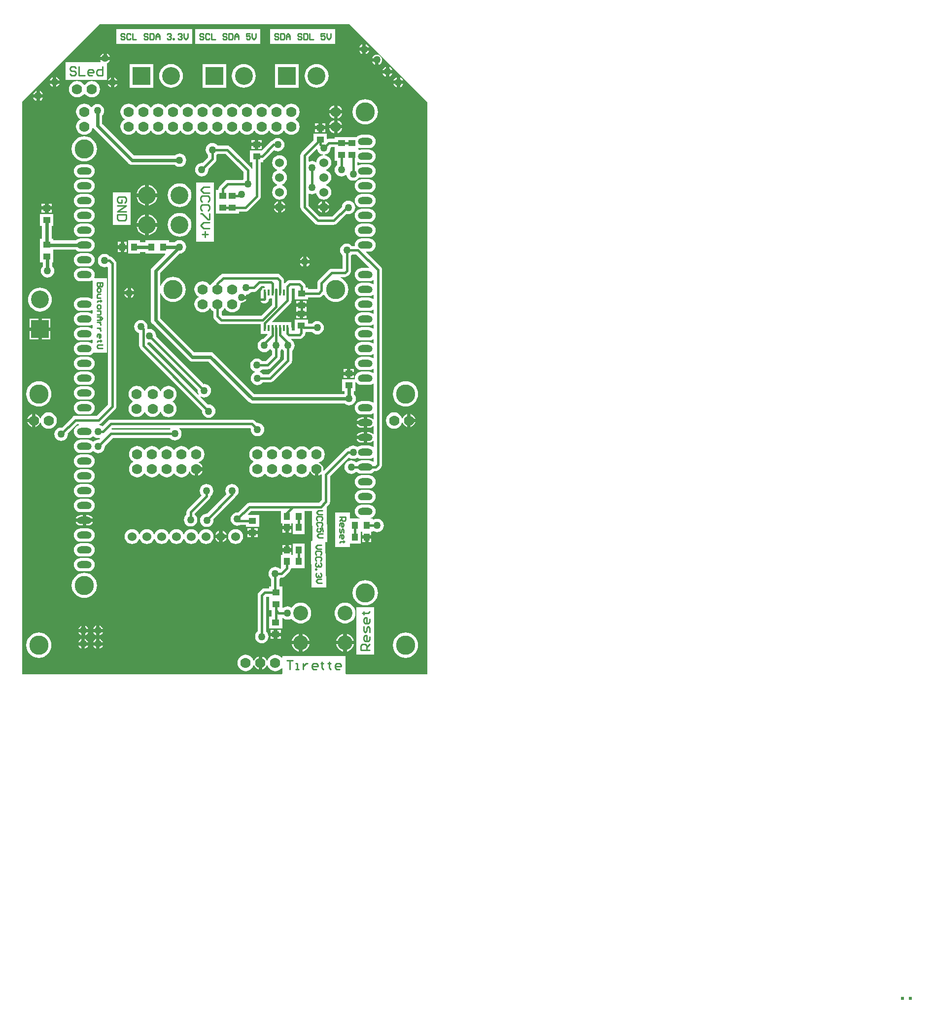
<source format=gtl>
G04 Layer_Physical_Order=1*
G04 Layer_Color=255*
%FSLAX25Y25*%
%MOIN*%
G70*
G01*
G75*
%ADD10R,0.05000X0.04000*%
%ADD11R,0.04000X0.05000*%
%ADD12R,0.01181X0.03937*%
%ADD13R,0.02000X0.02000*%
%ADD14C,0.01575*%
%ADD15C,0.02362*%
%ADD16C,0.01000*%
%ADD17R,0.12000X0.12000*%
%ADD18C,0.12000*%
%ADD19C,0.07000*%
%ADD20O,0.10000X0.05000*%
%ADD21C,0.13000*%
%ADD22C,0.06000*%
%ADD23R,0.12000X0.12000*%
%ADD24C,0.10000*%
%ADD25C,0.13004*%
%ADD26C,0.05000*%
G36*
X307500Y430700D02*
Y44000D01*
X252705D01*
X252288Y44200D01*
X252288Y44500D01*
Y56198D01*
X209300D01*
Y55287D01*
X208826Y55127D01*
X208523Y55523D01*
X207374Y56404D01*
X206036Y56958D01*
X204600Y57148D01*
X203164Y56958D01*
X201826Y56404D01*
X200677Y55523D01*
X199796Y54374D01*
X199329Y53248D01*
X198788D01*
X198531Y53869D01*
X197809Y54809D01*
X196869Y55531D01*
X195800Y55974D01*
Y51600D01*
Y47226D01*
X196869Y47669D01*
X197809Y48391D01*
X198531Y49331D01*
X198788Y49952D01*
X199329D01*
X199796Y48826D01*
X200677Y47677D01*
X201826Y46796D01*
X203164Y46242D01*
X204600Y46053D01*
X206036Y46242D01*
X207374Y46796D01*
X208523Y47677D01*
X208826Y48073D01*
X209300Y47913D01*
X209300Y44200D01*
X208883Y44000D01*
X33854D01*
X33500Y44354D01*
Y430800D01*
X86000Y483300D01*
X254900D01*
X307500Y430700D01*
D02*
G37*
%LPC*%
G36*
X285000Y220948D02*
X283564Y220758D01*
X282226Y220204D01*
X281077Y219323D01*
X280196Y218174D01*
X279642Y216836D01*
X279452Y215400D01*
X279642Y213964D01*
X280196Y212626D01*
X281077Y211477D01*
X282226Y210596D01*
X283564Y210042D01*
X285000Y209853D01*
X286436Y210042D01*
X287774Y210596D01*
X288923Y211477D01*
X289804Y212626D01*
X290271Y213752D01*
X290812D01*
X291069Y213131D01*
X291791Y212191D01*
X292731Y211469D01*
X293800Y211026D01*
Y215400D01*
Y219774D01*
X292731Y219331D01*
X291791Y218609D01*
X291069Y217669D01*
X290812Y217048D01*
X290271D01*
X289804Y218174D01*
X288923Y219323D01*
X287774Y220204D01*
X286436Y220758D01*
X285000Y220948D01*
D02*
G37*
G36*
X299374Y214200D02*
X296200D01*
Y211026D01*
X297269Y211469D01*
X298209Y212191D01*
X298931Y213131D01*
X299374Y214200D01*
D02*
G37*
G36*
X40100D02*
X36926D01*
X37369Y213131D01*
X38091Y212191D01*
X39031Y211469D01*
X40100Y211026D01*
Y214200D01*
D02*
G37*
G36*
X264300Y207530D02*
X263000D01*
X262086Y207410D01*
X261235Y207057D01*
X260504Y206496D01*
X259943Y205765D01*
X259709Y205200D01*
X264300D01*
Y207530D01*
D02*
G37*
G36*
X271500Y89192D02*
X259502D01*
Y57200D01*
X271500D01*
Y89192D01*
D02*
G37*
G36*
X264300Y212800D02*
X259709D01*
X259943Y212235D01*
X260504Y211504D01*
X261235Y210943D01*
X262086Y210590D01*
X263000Y210470D01*
X264300D01*
Y212800D01*
D02*
G37*
G36*
Y217530D02*
X263000D01*
X262086Y217410D01*
X261235Y217057D01*
X260504Y216496D01*
X259943Y215765D01*
X259709Y215200D01*
X264300D01*
Y217530D01*
D02*
G37*
G36*
X89200Y328039D02*
X88025Y327884D01*
X86931Y327431D01*
X85991Y326709D01*
X85269Y325769D01*
X84816Y324675D01*
X84661Y323500D01*
X84816Y322325D01*
X85269Y321231D01*
X85991Y320291D01*
X86931Y319569D01*
X88025Y319116D01*
X89200Y318961D01*
X90375Y319116D01*
X90988Y319370D01*
X91488Y319036D01*
Y226165D01*
X83836Y218512D01*
X69300D01*
X69300Y218512D01*
X68572Y218416D01*
X67894Y218135D01*
X67312Y217688D01*
X67312Y217688D01*
X60297Y210673D01*
X59800Y210739D01*
X58625Y210584D01*
X57531Y210131D01*
X56591Y209409D01*
X55869Y208469D01*
X55416Y207375D01*
X55261Y206200D01*
X55416Y205025D01*
X55869Y203931D01*
X56591Y202991D01*
X57531Y202269D01*
X58625Y201816D01*
X59800Y201661D01*
X60975Y201816D01*
X62069Y202269D01*
X63009Y202991D01*
X63731Y203931D01*
X64184Y205025D01*
X64339Y206200D01*
X64273Y206697D01*
X70464Y212889D01*
X71826D01*
X71859Y212388D01*
X71825Y212384D01*
X70731Y211931D01*
X69791Y211209D01*
X69069Y210269D01*
X68616Y209175D01*
X68461Y208000D01*
X68616Y206825D01*
X69069Y205731D01*
X69791Y204791D01*
X70731Y204069D01*
X71825Y203616D01*
X73000Y203461D01*
X78000D01*
X79175Y203616D01*
X80269Y204069D01*
X81209Y204791D01*
X81256D01*
X81784Y204718D01*
X82631Y204069D01*
X83725Y203616D01*
X84900Y203461D01*
X85911Y203594D01*
X86150Y203126D01*
X85397Y202373D01*
X84900Y202439D01*
X83725Y202284D01*
X82631Y201831D01*
X81691Y201109D01*
X81286Y201109D01*
X81209Y201209D01*
X80269Y201931D01*
X79175Y202384D01*
X78000Y202539D01*
X73000D01*
X71825Y202384D01*
X70731Y201931D01*
X69791Y201209D01*
X69069Y200269D01*
X68616Y199175D01*
X68461Y198000D01*
X68616Y196825D01*
X69069Y195731D01*
X69791Y194791D01*
X70731Y194069D01*
X71825Y193616D01*
X73000Y193461D01*
X78000D01*
X79175Y193616D01*
X80269Y194069D01*
X81067Y194682D01*
X81687Y194695D01*
X81691Y194691D01*
X82631Y193969D01*
X83725Y193516D01*
X84900Y193361D01*
X86075Y193516D01*
X87169Y193969D01*
X88109Y194691D01*
X88831Y195631D01*
X89284Y196725D01*
X89439Y197900D01*
X89373Y198397D01*
X94665Y203689D01*
X133185D01*
X133491Y203291D01*
X134431Y202569D01*
X135525Y202116D01*
X136700Y201961D01*
X137875Y202116D01*
X138969Y202569D01*
X139909Y203291D01*
X140631Y204231D01*
X141084Y205325D01*
X141239Y206500D01*
X141084Y207675D01*
X140631Y208769D01*
X139909Y209709D01*
X139641Y209915D01*
X139802Y210388D01*
X187635D01*
X188138Y209886D01*
X188061Y209300D01*
X188216Y208125D01*
X188669Y207031D01*
X189391Y206091D01*
X190331Y205369D01*
X191425Y204916D01*
X192600Y204761D01*
X193775Y204916D01*
X194869Y205369D01*
X195809Y206091D01*
X196531Y207031D01*
X196984Y208125D01*
X197139Y209300D01*
X196984Y210475D01*
X196531Y211569D01*
X195809Y212509D01*
X194869Y213231D01*
X193775Y213684D01*
X192600Y213839D01*
X192191Y213785D01*
X190788Y215188D01*
X190206Y215635D01*
X189528Y215916D01*
X188800Y216012D01*
X188800Y216012D01*
X93300D01*
X93300Y216012D01*
X92572Y215916D01*
X91894Y215635D01*
X91312Y215188D01*
X91312Y215188D01*
X87670Y211546D01*
X87169Y211931D01*
X86075Y212384D01*
X85537Y212455D01*
Y212959D01*
X85728Y212984D01*
X86406Y213265D01*
X86988Y213712D01*
X96288Y223012D01*
X96288Y223012D01*
X96735Y223594D01*
X97016Y224272D01*
X97111Y225000D01*
X97111Y225000D01*
Y321600D01*
X97111Y321600D01*
X97016Y322328D01*
X96735Y323006D01*
X96288Y323588D01*
X96288Y323588D01*
X94388Y325488D01*
X93806Y325935D01*
X93128Y326216D01*
X92750Y326265D01*
X92409Y326709D01*
X91469Y327431D01*
X90375Y327884D01*
X89200Y328039D01*
D02*
G37*
G36*
X78000Y228539D02*
X73000D01*
X71825Y228384D01*
X70731Y227931D01*
X69791Y227209D01*
X69069Y226269D01*
X68616Y225175D01*
X68461Y224000D01*
X68616Y222825D01*
X69069Y221731D01*
X69791Y220791D01*
X70731Y220069D01*
X71825Y219616D01*
X73000Y219461D01*
X78000D01*
X79175Y219616D01*
X80269Y220069D01*
X81209Y220791D01*
X81931Y221731D01*
X82384Y222825D01*
X82539Y224000D01*
X82384Y225175D01*
X81931Y226269D01*
X81209Y227209D01*
X80269Y227931D01*
X79175Y228384D01*
X78000Y228539D01*
D02*
G37*
G36*
X44700Y241943D02*
X43033Y241779D01*
X41431Y241293D01*
X39954Y240503D01*
X38659Y239441D01*
X37597Y238146D01*
X36807Y236669D01*
X36321Y235067D01*
X36157Y233400D01*
X36321Y231733D01*
X36807Y230131D01*
X37597Y228654D01*
X38659Y227359D01*
X39954Y226297D01*
X41431Y225507D01*
X43033Y225021D01*
X44700Y224857D01*
X46367Y225021D01*
X47969Y225507D01*
X49446Y226297D01*
X50741Y227359D01*
X51803Y228654D01*
X52593Y230131D01*
X53079Y231733D01*
X53243Y233400D01*
X53079Y235067D01*
X52593Y236669D01*
X51803Y238146D01*
X50741Y239441D01*
X49446Y240503D01*
X47969Y241293D01*
X46367Y241779D01*
X44700Y241943D01*
D02*
G37*
G36*
X40100Y219774D02*
X39031Y219331D01*
X38091Y218609D01*
X37369Y217669D01*
X36926Y216600D01*
X40100D01*
Y219774D01*
D02*
G37*
G36*
X296200D02*
Y216600D01*
X299374D01*
X298931Y217669D01*
X298209Y218609D01*
X297269Y219331D01*
X296200Y219774D01*
D02*
G37*
G36*
X51300Y220948D02*
X49864Y220758D01*
X48526Y220204D01*
X47377Y219323D01*
X46496Y218174D01*
X46029Y217048D01*
X45488D01*
X45231Y217669D01*
X44509Y218609D01*
X43569Y219331D01*
X42500Y219774D01*
Y215400D01*
Y211026D01*
X43569Y211469D01*
X44509Y212191D01*
X45231Y213131D01*
X45488Y213752D01*
X46029D01*
X46496Y212626D01*
X47377Y211477D01*
X48526Y210596D01*
X49864Y210042D01*
X51300Y209853D01*
X52736Y210042D01*
X54074Y210596D01*
X55223Y211477D01*
X56104Y212626D01*
X56658Y213964D01*
X56848Y215400D01*
X56658Y216836D01*
X56104Y218174D01*
X55223Y219323D01*
X54074Y220204D01*
X52736Y220758D01*
X51300Y220948D01*
D02*
G37*
G36*
X175400Y172539D02*
X174225Y172384D01*
X173131Y171931D01*
X172191Y171209D01*
X171469Y170269D01*
X171016Y169175D01*
X170861Y168000D01*
X171016Y166825D01*
X171469Y165731D01*
X171550Y165626D01*
X158444Y152520D01*
X158300Y152539D01*
X157125Y152384D01*
X156031Y151931D01*
X155091Y151209D01*
X154369Y150269D01*
X153916Y149175D01*
X153761Y148000D01*
X153916Y146825D01*
X154369Y145731D01*
X155091Y144791D01*
X156031Y144069D01*
X157125Y143616D01*
X158300Y143461D01*
X159475Y143616D01*
X160569Y144069D01*
X161509Y144791D01*
X162231Y145731D01*
X162684Y146825D01*
X162839Y148000D01*
X162727Y148851D01*
X177388Y163512D01*
X177388Y163512D01*
X177835Y164094D01*
X177897Y164244D01*
X178609Y164791D01*
X179331Y165731D01*
X179784Y166825D01*
X179939Y168000D01*
X179784Y169175D01*
X179331Y170269D01*
X178609Y171209D01*
X177669Y171931D01*
X176575Y172384D01*
X175400Y172539D01*
D02*
G37*
G36*
X78000Y162539D02*
X73000D01*
X71825Y162384D01*
X70731Y161931D01*
X69791Y161209D01*
X69069Y160269D01*
X68616Y159175D01*
X68461Y158000D01*
X68616Y156825D01*
X69069Y155731D01*
X69791Y154791D01*
X70731Y154069D01*
X71825Y153616D01*
X73000Y153461D01*
X78000D01*
X79175Y153616D01*
X80269Y154069D01*
X81209Y154791D01*
X81931Y155731D01*
X82384Y156825D01*
X82539Y158000D01*
X82384Y159175D01*
X81931Y160269D01*
X81209Y161209D01*
X80269Y161931D01*
X79175Y162384D01*
X78000Y162539D01*
D02*
G37*
G36*
X268000Y168539D02*
X263000D01*
X261825Y168384D01*
X260731Y167931D01*
X259791Y167209D01*
X259069Y166269D01*
X258616Y165175D01*
X258461Y164000D01*
X258616Y162825D01*
X259069Y161731D01*
X259791Y160791D01*
X260731Y160069D01*
X261825Y159616D01*
X263000Y159461D01*
X268000D01*
X269175Y159616D01*
X270269Y160069D01*
X271209Y160791D01*
X271931Y161731D01*
X272384Y162825D01*
X272539Y164000D01*
X272384Y165175D01*
X271931Y166269D01*
X271209Y167209D01*
X270269Y167931D01*
X269175Y168384D01*
X268000Y168539D01*
D02*
G37*
G36*
Y158539D02*
X263000D01*
X261825Y158384D01*
X260731Y157931D01*
X259791Y157209D01*
X259069Y156269D01*
X258616Y155175D01*
X258461Y154000D01*
X258616Y152825D01*
X259069Y151731D01*
X259791Y150791D01*
X260731Y150069D01*
X261825Y149616D01*
X261946Y149600D01*
X261913Y149100D01*
X255036D01*
Y153100D01*
X245100D01*
Y130045D01*
X255036D01*
Y132200D01*
X262600D01*
Y140100D01*
X263600D01*
Y137900D01*
X269600D01*
Y140100D01*
X270600D01*
Y140488D01*
X271048Y140709D01*
X271231Y140569D01*
X272325Y140116D01*
X273500Y139961D01*
X274675Y140116D01*
X275769Y140569D01*
X276709Y141291D01*
X277431Y142231D01*
X277884Y143325D01*
X278039Y144500D01*
X277884Y145675D01*
X277431Y146769D01*
X276709Y147709D01*
X275769Y148431D01*
X274675Y148884D01*
X273500Y149039D01*
X272325Y148884D01*
X271231Y148431D01*
X271048Y148291D01*
X270600Y148512D01*
Y149100D01*
X269087D01*
X269055Y149600D01*
X269175Y149616D01*
X270269Y150069D01*
X271209Y150791D01*
X271931Y151731D01*
X272384Y152825D01*
X272539Y154000D01*
X272384Y155175D01*
X271931Y156269D01*
X271209Y157209D01*
X270269Y157931D01*
X269175Y158384D01*
X268000Y158539D01*
D02*
G37*
G36*
X74300Y151530D02*
X73000D01*
X72086Y151410D01*
X71235Y151057D01*
X70504Y150496D01*
X69943Y149765D01*
X69709Y149200D01*
X74300D01*
Y151530D01*
D02*
G37*
G36*
X78000D02*
X76700D01*
Y149200D01*
X81291D01*
X81057Y149765D01*
X80496Y150496D01*
X79765Y151057D01*
X78914Y151410D01*
X78000Y151530D01*
D02*
G37*
G36*
Y172539D02*
X73000D01*
X71825Y172384D01*
X70731Y171931D01*
X69791Y171209D01*
X69069Y170269D01*
X68616Y169175D01*
X68461Y168000D01*
X68616Y166825D01*
X69069Y165731D01*
X69791Y164791D01*
X70731Y164069D01*
X71825Y163616D01*
X73000Y163461D01*
X78000D01*
X79175Y163616D01*
X80269Y164069D01*
X81209Y164791D01*
X81931Y165731D01*
X82384Y166825D01*
X82539Y168000D01*
X82384Y169175D01*
X81931Y170269D01*
X81209Y171209D01*
X80269Y171931D01*
X79175Y172384D01*
X78000Y172539D01*
D02*
G37*
G36*
Y192539D02*
X73000D01*
X71825Y192384D01*
X70731Y191931D01*
X69791Y191209D01*
X69069Y190269D01*
X68616Y189175D01*
X68461Y188000D01*
X68616Y186825D01*
X69069Y185731D01*
X69791Y184791D01*
X70731Y184069D01*
X71825Y183616D01*
X73000Y183461D01*
X78000D01*
X79175Y183616D01*
X80269Y184069D01*
X81209Y184791D01*
X81931Y185731D01*
X82384Y186825D01*
X82539Y188000D01*
X82384Y189175D01*
X81931Y190269D01*
X81209Y191209D01*
X80269Y191931D01*
X79175Y192384D01*
X78000Y192539D01*
D02*
G37*
G36*
X151200Y198147D02*
X149764Y197958D01*
X148426Y197404D01*
X147277Y196523D01*
X146493Y195500D01*
X146327Y195457D01*
X146073D01*
X145907Y195500D01*
X145123Y196523D01*
X143974Y197404D01*
X142636Y197958D01*
X141200Y198147D01*
X139764Y197958D01*
X138426Y197404D01*
X137277Y196523D01*
X136493Y195500D01*
X136327Y195457D01*
X136073D01*
X135907Y195500D01*
X135123Y196523D01*
X133974Y197404D01*
X132636Y197958D01*
X131200Y198147D01*
X129764Y197958D01*
X128426Y197404D01*
X127277Y196523D01*
X126493Y195500D01*
X126327Y195457D01*
X126073D01*
X125907Y195500D01*
X125123Y196523D01*
X123974Y197404D01*
X122636Y197958D01*
X121200Y198147D01*
X119764Y197958D01*
X118426Y197404D01*
X117277Y196523D01*
X116493Y195500D01*
X116327Y195457D01*
X116073D01*
X115907Y195500D01*
X115123Y196523D01*
X113974Y197404D01*
X112636Y197958D01*
X111200Y198147D01*
X109764Y197958D01*
X108426Y197404D01*
X107277Y196523D01*
X106396Y195374D01*
X105842Y194036D01*
X105652Y192600D01*
X105842Y191164D01*
X106396Y189826D01*
X107277Y188677D01*
X108300Y187893D01*
X108343Y187727D01*
Y187473D01*
X108300Y187307D01*
X107277Y186523D01*
X106396Y185374D01*
X105842Y184036D01*
X105652Y182600D01*
X105842Y181164D01*
X106396Y179826D01*
X107277Y178677D01*
X108426Y177796D01*
X109764Y177242D01*
X111200Y177052D01*
X112636Y177242D01*
X113974Y177796D01*
X115123Y178677D01*
X115907Y179700D01*
X116073Y179743D01*
X116327D01*
X116493Y179700D01*
X117277Y178677D01*
X118426Y177796D01*
X119764Y177242D01*
X121200Y177052D01*
X122636Y177242D01*
X123974Y177796D01*
X125123Y178677D01*
X125907Y179700D01*
X126073Y179743D01*
X126327D01*
X126493Y179700D01*
X127277Y178677D01*
X128426Y177796D01*
X129764Y177242D01*
X131200Y177052D01*
X132636Y177242D01*
X133974Y177796D01*
X135123Y178677D01*
X135907Y179700D01*
X136073Y179743D01*
X136327D01*
X136493Y179700D01*
X137277Y178677D01*
X138426Y177796D01*
X139764Y177242D01*
X141200Y177052D01*
X142636Y177242D01*
X143974Y177796D01*
X145123Y178677D01*
X146004Y179826D01*
X146471Y180952D01*
X147012D01*
X147269Y180331D01*
X147991Y179391D01*
X148931Y178669D01*
X150000Y178226D01*
Y182600D01*
X151200D01*
Y183800D01*
X155574D01*
X155131Y184869D01*
X154409Y185809D01*
X153469Y186531D01*
X152848Y186788D01*
Y187329D01*
X153974Y187796D01*
X155123Y188677D01*
X156004Y189826D01*
X156558Y191164D01*
X156747Y192600D01*
X156558Y194036D01*
X156004Y195374D01*
X155123Y196523D01*
X153974Y197404D01*
X152636Y197958D01*
X151200Y198147D01*
D02*
G37*
G36*
X264300Y202800D02*
X259709D01*
X259943Y202235D01*
X260504Y201504D01*
X261235Y200943D01*
X262086Y200590D01*
X263000Y200470D01*
X264300D01*
Y202800D01*
D02*
G37*
G36*
X268000Y178539D02*
X263000D01*
X261825Y178384D01*
X260731Y177931D01*
X259791Y177209D01*
X259069Y176269D01*
X258616Y175175D01*
X258461Y174000D01*
X258616Y172825D01*
X259069Y171731D01*
X259791Y170791D01*
X260731Y170069D01*
X261825Y169616D01*
X263000Y169461D01*
X268000D01*
X269175Y169616D01*
X270269Y170069D01*
X271209Y170791D01*
X271931Y171731D01*
X272384Y172825D01*
X272539Y174000D01*
X272384Y175175D01*
X271931Y176269D01*
X271209Y177209D01*
X270269Y177931D01*
X269175Y178384D01*
X268000Y178539D01*
D02*
G37*
G36*
X78000Y182539D02*
X73000D01*
X71825Y182384D01*
X70731Y181931D01*
X69791Y181209D01*
X69069Y180269D01*
X68616Y179175D01*
X68461Y178000D01*
X68616Y176825D01*
X69069Y175731D01*
X69791Y174791D01*
X70731Y174069D01*
X71825Y173616D01*
X73000Y173461D01*
X78000D01*
X79175Y173616D01*
X80269Y174069D01*
X81209Y174791D01*
X81931Y175731D01*
X82384Y176825D01*
X82539Y178000D01*
X82384Y179175D01*
X81931Y180269D01*
X81209Y181209D01*
X80269Y181931D01*
X79175Y182384D01*
X78000Y182539D01*
D02*
G37*
G36*
X155574Y181400D02*
X152400D01*
Y178226D01*
X153469Y178669D01*
X154409Y179391D01*
X155131Y180331D01*
X155574Y181400D01*
D02*
G37*
G36*
X225700Y286400D02*
X223400D01*
Y284600D01*
X225700D01*
Y286400D01*
D02*
G37*
G36*
X225900Y292200D02*
X218900D01*
Y290600D01*
X218700D01*
Y288800D01*
X225700D01*
Y290400D01*
X225900D01*
Y292200D01*
D02*
G37*
G36*
X45500Y305139D02*
X43932Y304984D01*
X42424Y304527D01*
X41034Y303784D01*
X39816Y302784D01*
X38816Y301566D01*
X38073Y300176D01*
X37616Y298668D01*
X37461Y297100D01*
X37616Y295532D01*
X38073Y294024D01*
X38816Y292634D01*
X39816Y291416D01*
X41034Y290416D01*
X42424Y289673D01*
X43932Y289216D01*
X45500Y289061D01*
X47068Y289216D01*
X48576Y289673D01*
X49966Y290416D01*
X51184Y291416D01*
X52184Y292634D01*
X52927Y294024D01*
X53384Y295532D01*
X53539Y297100D01*
X53384Y298668D01*
X52927Y300176D01*
X52184Y301566D01*
X51184Y302784D01*
X49966Y303784D01*
X48576Y304527D01*
X47068Y304984D01*
X45500Y305139D01*
D02*
G37*
G36*
X44300Y284100D02*
X38500D01*
Y278300D01*
X44300D01*
Y284100D01*
D02*
G37*
G36*
X52500D02*
X46700D01*
Y278300D01*
X52500D01*
Y284100D01*
D02*
G37*
G36*
X221000Y286400D02*
X218700D01*
Y284600D01*
X221000D01*
Y286400D01*
D02*
G37*
G36*
X221200Y296400D02*
X218900D01*
Y294600D01*
X221200D01*
Y296400D01*
D02*
G37*
G36*
X109191Y300500D02*
X107100D01*
Y298409D01*
X107665Y298643D01*
X108396Y299204D01*
X108957Y299935D01*
X109191Y300500D01*
D02*
G37*
G36*
X184600Y57148D02*
X183164Y56958D01*
X181826Y56404D01*
X180677Y55523D01*
X179796Y54374D01*
X179242Y53036D01*
X179052Y51600D01*
X179242Y50164D01*
X179796Y48826D01*
X180677Y47677D01*
X181826Y46796D01*
X183164Y46242D01*
X184600Y46053D01*
X186036Y46242D01*
X187374Y46796D01*
X188523Y47677D01*
X189404Y48826D01*
X189871Y49952D01*
X190412D01*
X190669Y49331D01*
X191391Y48391D01*
X192331Y47669D01*
X193400Y47226D01*
Y51600D01*
Y55974D01*
X192331Y55531D01*
X191391Y54809D01*
X190669Y53869D01*
X190412Y53248D01*
X189871D01*
X189404Y54374D01*
X188523Y55523D01*
X187374Y56404D01*
X186036Y56958D01*
X184600Y57148D01*
D02*
G37*
G36*
X104700Y304991D02*
X104135Y304757D01*
X103404Y304196D01*
X102843Y303465D01*
X102609Y302900D01*
X104700D01*
Y304991D01*
D02*
G37*
G36*
X225900Y296400D02*
X223600D01*
Y294600D01*
X225900D01*
Y296400D01*
D02*
G37*
G36*
X78000Y318539D02*
X73000D01*
X71825Y318384D01*
X70731Y317931D01*
X69791Y317209D01*
X69069Y316269D01*
X68616Y315175D01*
X68461Y314000D01*
X68616Y312825D01*
X69069Y311731D01*
X69791Y310791D01*
X70731Y310069D01*
X71825Y309616D01*
X73000Y309461D01*
X78000D01*
X79175Y309616D01*
X80269Y310069D01*
X80552Y310286D01*
X81000Y310065D01*
Y297935D01*
X80552Y297714D01*
X80269Y297931D01*
X79175Y298384D01*
X78000Y298539D01*
X73000D01*
X71825Y298384D01*
X70731Y297931D01*
X69791Y297209D01*
X69069Y296269D01*
X68616Y295175D01*
X68461Y294000D01*
X68616Y292825D01*
X69069Y291731D01*
X69791Y290791D01*
X70731Y290069D01*
X71825Y289616D01*
X73000Y289461D01*
X78000D01*
X79175Y289616D01*
X80269Y290069D01*
X80552Y290286D01*
X81000Y290065D01*
Y287935D01*
X80552Y287714D01*
X80269Y287931D01*
X79175Y288384D01*
X78000Y288539D01*
X73000D01*
X71825Y288384D01*
X70731Y287931D01*
X69791Y287209D01*
X69069Y286269D01*
X68616Y285175D01*
X68461Y284000D01*
X68616Y282825D01*
X69069Y281731D01*
X69791Y280791D01*
X70731Y280069D01*
X71825Y279616D01*
X73000Y279461D01*
X78000D01*
X79175Y279616D01*
X80269Y280069D01*
X80552Y280286D01*
X81000Y280065D01*
Y277935D01*
X80552Y277714D01*
X80269Y277931D01*
X79175Y278384D01*
X78000Y278539D01*
X73000D01*
X71825Y278384D01*
X70731Y277931D01*
X69791Y277209D01*
X69069Y276269D01*
X68616Y275175D01*
X68461Y274000D01*
X68616Y272825D01*
X69069Y271731D01*
X69791Y270791D01*
X70731Y270069D01*
X71825Y269616D01*
X73000Y269461D01*
X78000D01*
X79175Y269616D01*
X80269Y270069D01*
X80552Y270286D01*
X81000Y270065D01*
Y267935D01*
X80552Y267714D01*
X80269Y267931D01*
X79175Y268384D01*
X78000Y268539D01*
X73000D01*
X71825Y268384D01*
X70731Y267931D01*
X69791Y267209D01*
X69069Y266269D01*
X68616Y265175D01*
X68461Y264000D01*
X68616Y262825D01*
X69069Y261731D01*
X69791Y260791D01*
X70731Y260069D01*
X71825Y259616D01*
X73000Y259461D01*
X78000D01*
X79175Y259616D01*
X80269Y260069D01*
X81209Y260791D01*
X81443Y261095D01*
X90936D01*
Y311700D01*
X82459D01*
X82125Y312200D01*
X82384Y312825D01*
X82539Y314000D01*
X82384Y315175D01*
X81931Y316269D01*
X81209Y317209D01*
X80269Y317931D01*
X79175Y318384D01*
X78000Y318539D01*
D02*
G37*
G36*
X104700Y300500D02*
X102609D01*
X102843Y299935D01*
X103404Y299204D01*
X104135Y298643D01*
X104700Y298409D01*
Y300500D01*
D02*
G37*
G36*
X52500Y275900D02*
X46700D01*
Y270100D01*
X52500D01*
Y275900D01*
D02*
G37*
G36*
X292700Y72139D02*
X291033Y71975D01*
X289431Y71489D01*
X287954Y70699D01*
X286659Y69637D01*
X285597Y68342D01*
X284807Y66865D01*
X284321Y65263D01*
X284157Y63596D01*
X284321Y61929D01*
X284807Y60327D01*
X285597Y58850D01*
X286659Y57555D01*
X287954Y56493D01*
X289431Y55703D01*
X291033Y55217D01*
X292700Y55053D01*
X294367Y55217D01*
X295969Y55703D01*
X297446Y56493D01*
X298741Y57555D01*
X299803Y58850D01*
X300593Y60327D01*
X301079Y61929D01*
X301243Y63596D01*
X301079Y65263D01*
X300593Y66865D01*
X299803Y68342D01*
X298741Y69637D01*
X297446Y70699D01*
X295969Y71489D01*
X294367Y71975D01*
X292700Y72139D01*
D02*
G37*
G36*
X121700Y238847D02*
X120264Y238658D01*
X118926Y238104D01*
X117777Y237223D01*
X116896Y236074D01*
X116571Y235289D01*
X116029D01*
X115704Y236074D01*
X114823Y237223D01*
X113674Y238104D01*
X112336Y238658D01*
X110900Y238847D01*
X109464Y238658D01*
X108126Y238104D01*
X106977Y237223D01*
X106096Y236074D01*
X105542Y234736D01*
X105352Y233300D01*
X105542Y231864D01*
X106096Y230526D01*
X106977Y229377D01*
X108000Y228593D01*
X108043Y228427D01*
Y228173D01*
X108000Y228007D01*
X106977Y227223D01*
X106096Y226074D01*
X105542Y224736D01*
X105352Y223300D01*
X105542Y221864D01*
X106096Y220526D01*
X106977Y219377D01*
X108126Y218496D01*
X109464Y217942D01*
X110900Y217753D01*
X112336Y217942D01*
X113674Y218496D01*
X114823Y219377D01*
X115704Y220526D01*
X116029Y221311D01*
X116571D01*
X116896Y220526D01*
X117777Y219377D01*
X118926Y218496D01*
X120264Y217942D01*
X121700Y217753D01*
X123136Y217942D01*
X124474Y218496D01*
X125623Y219377D01*
X126504Y220526D01*
X126759Y221141D01*
X127300D01*
X127596Y220426D01*
X128477Y219277D01*
X129626Y218396D01*
X130964Y217842D01*
X132400Y217653D01*
X133836Y217842D01*
X135174Y218396D01*
X136323Y219277D01*
X137204Y220426D01*
X137758Y221764D01*
X137947Y223200D01*
X137758Y224636D01*
X137204Y225974D01*
X136323Y227123D01*
X135300Y227907D01*
X135257Y228073D01*
Y228327D01*
X135300Y228493D01*
X136323Y229277D01*
X137204Y230426D01*
X137758Y231764D01*
X137947Y233200D01*
X137758Y234636D01*
X137204Y235974D01*
X136323Y237123D01*
X135174Y238004D01*
X133836Y238558D01*
X132400Y238748D01*
X130964Y238558D01*
X129626Y238004D01*
X128477Y237123D01*
X127596Y235974D01*
X127341Y235359D01*
X126800D01*
X126504Y236074D01*
X125623Y237223D01*
X124474Y238104D01*
X123136Y238658D01*
X121700Y238847D01*
D02*
G37*
G36*
X78000Y248539D02*
X73000D01*
X71825Y248384D01*
X70731Y247931D01*
X69791Y247209D01*
X69069Y246269D01*
X68616Y245175D01*
X68461Y244000D01*
X68616Y242825D01*
X69069Y241731D01*
X69791Y240791D01*
X70731Y240069D01*
X71825Y239616D01*
X73000Y239461D01*
X78000D01*
X79175Y239616D01*
X80269Y240069D01*
X81209Y240791D01*
X81931Y241731D01*
X82384Y242825D01*
X82539Y244000D01*
X82384Y245175D01*
X81931Y246269D01*
X81209Y247209D01*
X80269Y247931D01*
X79175Y248384D01*
X78000Y248539D01*
D02*
G37*
G36*
X292700Y241943D02*
X291033Y241779D01*
X289431Y241293D01*
X287954Y240503D01*
X286659Y239441D01*
X285597Y238146D01*
X284807Y236669D01*
X284321Y235067D01*
X284157Y233400D01*
X284321Y231733D01*
X284807Y230131D01*
X285597Y228654D01*
X286659Y227359D01*
X287954Y226297D01*
X289431Y225507D01*
X291033Y225021D01*
X292700Y224857D01*
X294367Y225021D01*
X295969Y225507D01*
X297446Y226297D01*
X298741Y227359D01*
X299803Y228654D01*
X300593Y230131D01*
X301079Y231733D01*
X301243Y233400D01*
X301079Y235067D01*
X300593Y236669D01*
X299803Y238146D01*
X298741Y239441D01*
X297446Y240503D01*
X295969Y241293D01*
X294367Y241779D01*
X292700Y241943D01*
D02*
G37*
G36*
X78000Y238539D02*
X73000D01*
X71825Y238384D01*
X70731Y237931D01*
X69791Y237209D01*
X69069Y236269D01*
X68616Y235175D01*
X68461Y234000D01*
X68616Y232825D01*
X69069Y231731D01*
X69791Y230791D01*
X70731Y230069D01*
X71825Y229616D01*
X73000Y229461D01*
X78000D01*
X79175Y229616D01*
X80269Y230069D01*
X81209Y230791D01*
X81931Y231731D01*
X82384Y232825D01*
X82539Y234000D01*
X82384Y235175D01*
X81931Y236269D01*
X81209Y237209D01*
X80269Y237931D01*
X79175Y238384D01*
X78000Y238539D01*
D02*
G37*
G36*
X113700Y283339D02*
X112525Y283184D01*
X111431Y282731D01*
X110491Y282009D01*
X109769Y281069D01*
X109316Y279975D01*
X109161Y278800D01*
X109316Y277625D01*
X109769Y276531D01*
X110491Y275591D01*
X111431Y274869D01*
X112525Y274416D01*
X112601Y274406D01*
Y265887D01*
X112601Y265887D01*
X112697Y265160D01*
X112978Y264482D01*
X113425Y263899D01*
X155127Y222197D01*
X155061Y221700D01*
X155216Y220525D01*
X155669Y219431D01*
X156391Y218491D01*
X157331Y217769D01*
X158425Y217316D01*
X159600Y217161D01*
X160775Y217316D01*
X161869Y217769D01*
X162809Y218491D01*
X163531Y219431D01*
X163984Y220525D01*
X164139Y221700D01*
X163984Y222875D01*
X163531Y223969D01*
X162809Y224909D01*
X161869Y225631D01*
X160775Y226084D01*
X159600Y226239D01*
X159103Y226173D01*
X153928Y231348D01*
X154259Y231725D01*
X154331Y231669D01*
X155425Y231216D01*
X156600Y231061D01*
X157775Y231216D01*
X158869Y231669D01*
X159809Y232391D01*
X160531Y233331D01*
X160984Y234425D01*
X161139Y235600D01*
X160984Y236775D01*
X160531Y237869D01*
X159809Y238809D01*
X158869Y239531D01*
X157775Y239984D01*
X156600Y240139D01*
X156103Y240073D01*
X123973Y272203D01*
X124039Y272700D01*
X123884Y273875D01*
X123431Y274969D01*
X122709Y275909D01*
X121769Y276631D01*
X120675Y277084D01*
X119500Y277239D01*
X118705Y277134D01*
X118321Y277097D01*
X118164Y277546D01*
X118128Y277815D01*
X118114Y277850D01*
X118239Y278800D01*
X118084Y279975D01*
X117631Y281069D01*
X116909Y282009D01*
X115969Y282731D01*
X114875Y283184D01*
X113700Y283339D01*
D02*
G37*
G36*
X253200Y246000D02*
X250900D01*
Y244200D01*
X253200D01*
Y246000D01*
D02*
G37*
G36*
X78000Y258539D02*
X73000D01*
X71825Y258384D01*
X70731Y257931D01*
X69791Y257209D01*
X69069Y256269D01*
X68616Y255175D01*
X68461Y254000D01*
X68616Y252825D01*
X69069Y251731D01*
X69791Y250791D01*
X70731Y250069D01*
X71825Y249616D01*
X73000Y249461D01*
X78000D01*
X79175Y249616D01*
X80269Y250069D01*
X81209Y250791D01*
X81931Y251731D01*
X82384Y252825D01*
X82539Y254000D01*
X82384Y255175D01*
X81931Y256269D01*
X81209Y257209D01*
X80269Y257931D01*
X79175Y258384D01*
X78000Y258539D01*
D02*
G37*
G36*
X44700Y72139D02*
X43033Y71975D01*
X41431Y71489D01*
X39954Y70699D01*
X38659Y69637D01*
X37597Y68342D01*
X36807Y66865D01*
X36321Y65263D01*
X36157Y63596D01*
X36321Y61929D01*
X36807Y60327D01*
X37597Y58850D01*
X38659Y57555D01*
X39954Y56493D01*
X41431Y55703D01*
X43033Y55217D01*
X44700Y55053D01*
X46367Y55217D01*
X47969Y55703D01*
X49446Y56493D01*
X50741Y57555D01*
X51803Y58850D01*
X52593Y60327D01*
X53079Y61929D01*
X53243Y63596D01*
X53079Y65263D01*
X52593Y66865D01*
X51803Y68342D01*
X50741Y69637D01*
X49446Y70699D01*
X47969Y71489D01*
X46367Y71975D01*
X44700Y72139D01*
D02*
G37*
G36*
X44300Y275900D02*
X38500D01*
Y270100D01*
X44300D01*
Y275900D01*
D02*
G37*
G36*
X257900Y246000D02*
X255600D01*
Y244200D01*
X257900D01*
Y246000D01*
D02*
G37*
G36*
X253200Y250200D02*
X250900D01*
Y248400D01*
X253200D01*
Y250200D01*
D02*
G37*
G36*
X257900D02*
X255600D01*
Y248400D01*
X257900D01*
Y250200D01*
D02*
G37*
G36*
X208300Y69600D02*
X206000D01*
Y67800D01*
X208300D01*
Y69600D01*
D02*
G37*
G36*
X73600Y72300D02*
X71509D01*
X71743Y71735D01*
X72304Y71004D01*
X73035Y70443D01*
X73600Y70209D01*
Y72300D01*
D02*
G37*
G36*
X78091D02*
X76000D01*
Y70209D01*
X76565Y70443D01*
X77296Y71004D01*
X77857Y71735D01*
X78091Y72300D01*
D02*
G37*
G36*
X250600Y71206D02*
X249493Y70870D01*
X248450Y70313D01*
X247537Y69563D01*
X246787Y68650D01*
X246230Y67607D01*
X245894Y66500D01*
X250600D01*
Y71206D01*
D02*
G37*
G36*
X253000D02*
Y66500D01*
X257706D01*
X257370Y67607D01*
X256813Y68650D01*
X256063Y69563D01*
X255150Y70313D01*
X254107Y70870D01*
X253000Y71206D01*
D02*
G37*
G36*
X203600Y69600D02*
X201300D01*
Y67800D01*
X203600D01*
Y69600D01*
D02*
G37*
G36*
X83500Y72300D02*
X81409D01*
X81643Y71735D01*
X82204Y71004D01*
X82935Y70443D01*
X83500Y70209D01*
Y72300D01*
D02*
G37*
G36*
X73600Y76791D02*
X73035Y76557D01*
X72304Y75996D01*
X71743Y75265D01*
X71509Y74700D01*
X73600D01*
Y76791D01*
D02*
G37*
G36*
X76000D02*
Y74700D01*
X78091D01*
X77857Y75265D01*
X77296Y75996D01*
X76565Y76557D01*
X76000Y76791D01*
D02*
G37*
G36*
X83500D02*
X82935Y76557D01*
X82204Y75996D01*
X81643Y75265D01*
X81409Y74700D01*
X83500D01*
Y76791D01*
D02*
G37*
G36*
X87991Y72300D02*
X85900D01*
Y70209D01*
X86465Y70443D01*
X87196Y71004D01*
X87757Y71735D01*
X87991Y72300D01*
D02*
G37*
G36*
X203600Y73800D02*
X201300D01*
Y72000D01*
X203600D01*
Y73800D01*
D02*
G37*
G36*
X208300D02*
X206000D01*
Y72000D01*
X208300D01*
Y73800D01*
D02*
G37*
G36*
X223000Y71206D02*
Y66500D01*
X227706D01*
X227370Y67607D01*
X226813Y68650D01*
X226063Y69563D01*
X225149Y70313D01*
X224107Y70870D01*
X223000Y71206D01*
D02*
G37*
G36*
X257706Y64100D02*
X253000D01*
Y59394D01*
X254107Y59730D01*
X255150Y60287D01*
X256063Y61037D01*
X256813Y61950D01*
X257370Y62993D01*
X257706Y64100D01*
D02*
G37*
G36*
X73500Y63300D02*
X71409D01*
X71643Y62735D01*
X72204Y62004D01*
X72935Y61443D01*
X73500Y61209D01*
Y63300D01*
D02*
G37*
G36*
X77991D02*
X75900D01*
Y61209D01*
X76465Y61443D01*
X77196Y62004D01*
X77757Y62735D01*
X77991Y63300D01*
D02*
G37*
G36*
X220600Y64100D02*
X215894D01*
X216230Y62993D01*
X216787Y61950D01*
X217537Y61037D01*
X218450Y60287D01*
X219493Y59730D01*
X220600Y59394D01*
Y64100D01*
D02*
G37*
G36*
X227706D02*
X223000D01*
Y59394D01*
X224107Y59730D01*
X225149Y60287D01*
X226063Y61037D01*
X226813Y61950D01*
X227370Y62993D01*
X227706Y64100D01*
D02*
G37*
G36*
X250600D02*
X245894D01*
X246230Y62993D01*
X246787Y61950D01*
X247537Y61037D01*
X248450Y60287D01*
X249493Y59730D01*
X250600Y59394D01*
Y64100D01*
D02*
G37*
G36*
X83500Y63300D02*
X81409D01*
X81643Y62735D01*
X82204Y62004D01*
X82935Y61443D01*
X83500Y61209D01*
Y63300D01*
D02*
G37*
G36*
Y67791D02*
X82935Y67557D01*
X82204Y66996D01*
X81643Y66265D01*
X81409Y65700D01*
X83500D01*
Y67791D01*
D02*
G37*
G36*
X85900D02*
Y65700D01*
X87991D01*
X87757Y66265D01*
X87196Y66996D01*
X86465Y67557D01*
X85900Y67791D01*
D02*
G37*
G36*
X220600Y71206D02*
X219493Y70870D01*
X218450Y70313D01*
X217537Y69563D01*
X216787Y68650D01*
X216230Y67607D01*
X215894Y66500D01*
X220600D01*
Y71206D01*
D02*
G37*
G36*
X87991Y63300D02*
X85900D01*
Y61209D01*
X86465Y61443D01*
X87196Y62004D01*
X87757Y62735D01*
X87991Y63300D01*
D02*
G37*
G36*
X73500Y67791D02*
X72935Y67557D01*
X72204Y66996D01*
X71643Y66265D01*
X71409Y65700D01*
X73500D01*
Y67791D01*
D02*
G37*
G36*
X75900D02*
Y65700D01*
X77991D01*
X77757Y66265D01*
X77196Y66996D01*
X76465Y67557D01*
X75900Y67791D01*
D02*
G37*
G36*
X166600Y140832D02*
X165783Y140494D01*
X164947Y139853D01*
X164306Y139017D01*
X163968Y138200D01*
X166600D01*
Y140832D01*
D02*
G37*
G36*
X169000D02*
Y138200D01*
X171633D01*
X171294Y139017D01*
X170653Y139853D01*
X169817Y140494D01*
X169000Y140832D01*
D02*
G37*
G36*
X157800Y142043D02*
X156495Y141871D01*
X155278Y141367D01*
X154234Y140566D01*
X153433Y139522D01*
X153071Y138648D01*
X152529D01*
X152167Y139522D01*
X151366Y140566D01*
X150322Y141367D01*
X149105Y141871D01*
X147800Y142043D01*
X146495Y141871D01*
X145278Y141367D01*
X144234Y140566D01*
X143432Y139522D01*
X143071Y138648D01*
X142529D01*
X142167Y139522D01*
X141366Y140566D01*
X140322Y141367D01*
X139105Y141871D01*
X137800Y142043D01*
X136495Y141871D01*
X135278Y141367D01*
X134234Y140566D01*
X133432Y139522D01*
X133071Y138648D01*
X132529D01*
X132167Y139522D01*
X131366Y140566D01*
X130322Y141367D01*
X129105Y141871D01*
X127800Y142043D01*
X126495Y141871D01*
X125278Y141367D01*
X124234Y140566D01*
X123433Y139522D01*
X123071Y138648D01*
X122529D01*
X122168Y139522D01*
X121366Y140566D01*
X120322Y141367D01*
X119105Y141871D01*
X117800Y142043D01*
X116495Y141871D01*
X115278Y141367D01*
X114234Y140566D01*
X113433Y139522D01*
X113071Y138648D01*
X112529D01*
X112168Y139522D01*
X111366Y140566D01*
X110322Y141367D01*
X109105Y141871D01*
X107800Y142043D01*
X106495Y141871D01*
X105278Y141367D01*
X104234Y140566D01*
X103433Y139522D01*
X102929Y138305D01*
X102757Y137000D01*
X102929Y135695D01*
X103433Y134478D01*
X104234Y133434D01*
X105278Y132633D01*
X106495Y132129D01*
X107800Y131957D01*
X109105Y132129D01*
X110322Y132633D01*
X111366Y133434D01*
X112168Y134478D01*
X112529Y135352D01*
X113071D01*
X113433Y134478D01*
X114234Y133434D01*
X115278Y132633D01*
X116495Y132129D01*
X117800Y131957D01*
X119105Y132129D01*
X120322Y132633D01*
X121366Y133434D01*
X122168Y134478D01*
X122529Y135352D01*
X123071D01*
X123433Y134478D01*
X124234Y133434D01*
X125278Y132633D01*
X126495Y132129D01*
X127800Y131957D01*
X129105Y132129D01*
X130322Y132633D01*
X131366Y133434D01*
X132167Y134478D01*
X132529Y135352D01*
X133071D01*
X133432Y134478D01*
X134234Y133434D01*
X135278Y132633D01*
X136495Y132129D01*
X137800Y131957D01*
X139105Y132129D01*
X140322Y132633D01*
X141366Y133434D01*
X142167Y134478D01*
X142529Y135352D01*
X143071D01*
X143432Y134478D01*
X144234Y133434D01*
X145278Y132633D01*
X146495Y132129D01*
X147800Y131957D01*
X149105Y132129D01*
X150322Y132633D01*
X151366Y133434D01*
X152167Y134478D01*
X152529Y135352D01*
X153071D01*
X153433Y134478D01*
X154234Y133434D01*
X155278Y132633D01*
X156495Y132129D01*
X157800Y131957D01*
X159105Y132129D01*
X160322Y132633D01*
X161366Y133434D01*
X162168Y134478D01*
X162671Y135695D01*
X162843Y137000D01*
X162671Y138305D01*
X162168Y139522D01*
X161366Y140566D01*
X160322Y141367D01*
X159105Y141871D01*
X157800Y142043D01*
D02*
G37*
G36*
X78000Y142539D02*
X73000D01*
X71825Y142384D01*
X70731Y141931D01*
X69791Y141209D01*
X69069Y140269D01*
X68616Y139175D01*
X68461Y138000D01*
X68616Y136825D01*
X69069Y135731D01*
X69791Y134791D01*
X70731Y134069D01*
X71825Y133616D01*
X73000Y133461D01*
X78000D01*
X79175Y133616D01*
X80269Y134069D01*
X81209Y134791D01*
X81931Y135731D01*
X82384Y136825D01*
X82539Y138000D01*
X82384Y139175D01*
X81931Y140269D01*
X81209Y141209D01*
X80269Y141931D01*
X79175Y142384D01*
X78000Y142539D01*
D02*
G37*
G36*
X188000Y138500D02*
X185700D01*
Y136700D01*
X188000D01*
Y138500D01*
D02*
G37*
G36*
X192700D02*
X190400D01*
Y136700D01*
X192700D01*
Y138500D01*
D02*
G37*
G36*
X211300Y141900D02*
X209500D01*
Y139600D01*
X211300D01*
Y141900D01*
D02*
G37*
G36*
X158100Y172439D02*
X156925Y172284D01*
X155831Y171831D01*
X154891Y171109D01*
X154169Y170169D01*
X153716Y169075D01*
X153561Y167900D01*
X153716Y166725D01*
X154169Y165631D01*
X154727Y164903D01*
X145412Y155588D01*
X144965Y155006D01*
X144684Y154328D01*
X144588Y153600D01*
X144589Y153600D01*
Y151815D01*
X144191Y151509D01*
X143469Y150569D01*
X143016Y149475D01*
X142861Y148300D01*
X143016Y147125D01*
X143469Y146031D01*
X144191Y145091D01*
X145131Y144369D01*
X146225Y143916D01*
X147400Y143761D01*
X148575Y143916D01*
X149669Y144369D01*
X150609Y145091D01*
X151331Y146031D01*
X151784Y147125D01*
X151939Y148300D01*
X151784Y149475D01*
X151331Y150569D01*
X150609Y151509D01*
X150211Y151815D01*
Y152435D01*
X160088Y162312D01*
X160088Y162312D01*
X160535Y162894D01*
X160816Y163572D01*
X160912Y164300D01*
X160911Y164300D01*
Y164385D01*
X161309Y164691D01*
X162031Y165631D01*
X162484Y166725D01*
X162639Y167900D01*
X162484Y169075D01*
X162031Y170169D01*
X161309Y171109D01*
X160369Y171831D01*
X159275Y172284D01*
X158100Y172439D01*
D02*
G37*
G36*
X74300Y146800D02*
X69709D01*
X69943Y146235D01*
X70504Y145504D01*
X71235Y144943D01*
X72086Y144590D01*
X73000Y144470D01*
X74300D01*
Y146800D01*
D02*
G37*
G36*
X81291D02*
X76700D01*
Y144470D01*
X78000D01*
X78914Y144590D01*
X79765Y144943D01*
X80496Y145504D01*
X81057Y146235D01*
X81291Y146800D01*
D02*
G37*
G36*
X215500Y141900D02*
X213700D01*
Y139600D01*
X215500D01*
Y141900D01*
D02*
G37*
G36*
X188000Y142700D02*
X185700D01*
Y140900D01*
X188000D01*
Y142700D01*
D02*
G37*
G36*
X192700D02*
X190400D01*
Y140900D01*
X192700D01*
Y142700D01*
D02*
G37*
G36*
X269600Y135500D02*
X267800D01*
Y133200D01*
X269600D01*
Y135500D01*
D02*
G37*
G36*
X75500Y112541D02*
X73834Y112377D01*
X72231Y111891D01*
X70755Y111102D01*
X69460Y110039D01*
X68398Y108745D01*
X67609Y107269D01*
X67123Y105666D01*
X66959Y104000D01*
X67123Y102334D01*
X67609Y100731D01*
X68398Y99255D01*
X69460Y97961D01*
X70755Y96898D01*
X72231Y96109D01*
X73834Y95623D01*
X75500Y95459D01*
X77166Y95623D01*
X78769Y96109D01*
X80245Y96898D01*
X81539Y97961D01*
X82602Y99255D01*
X83391Y100731D01*
X83877Y102334D01*
X84041Y104000D01*
X83877Y105666D01*
X83391Y107269D01*
X82602Y108745D01*
X81539Y110039D01*
X80245Y111102D01*
X78769Y111891D01*
X77166Y112377D01*
X75500Y112541D01*
D02*
G37*
G36*
X78000Y122539D02*
X73000D01*
X71825Y122384D01*
X70731Y121931D01*
X69791Y121209D01*
X69069Y120269D01*
X68616Y119175D01*
X68461Y118000D01*
X68616Y116825D01*
X69069Y115731D01*
X69791Y114791D01*
X70731Y114069D01*
X71825Y113616D01*
X73000Y113461D01*
X78000D01*
X79175Y113616D01*
X80269Y114069D01*
X81209Y114791D01*
X81931Y115731D01*
X82384Y116825D01*
X82539Y118000D01*
X82384Y119175D01*
X81931Y120269D01*
X81209Y121209D01*
X80269Y121931D01*
X79175Y122384D01*
X78000Y122539D01*
D02*
G37*
G36*
Y132539D02*
X73000D01*
X71825Y132384D01*
X70731Y131931D01*
X69791Y131209D01*
X69069Y130269D01*
X68616Y129175D01*
X68461Y128000D01*
X68616Y126825D01*
X69069Y125731D01*
X69791Y124791D01*
X70731Y124069D01*
X71825Y123616D01*
X73000Y123461D01*
X78000D01*
X79175Y123616D01*
X80269Y124069D01*
X81209Y124791D01*
X81931Y125731D01*
X82384Y126825D01*
X82539Y128000D01*
X82384Y129175D01*
X81931Y130269D01*
X81209Y131209D01*
X80269Y131931D01*
X79175Y132384D01*
X78000Y132539D01*
D02*
G37*
G36*
X85900Y76791D02*
Y74700D01*
X87991D01*
X87757Y75265D01*
X87196Y75996D01*
X86465Y76557D01*
X85900Y76791D01*
D02*
G37*
G36*
X251800Y92334D02*
X250428Y92199D01*
X249108Y91799D01*
X247892Y91149D01*
X246826Y90274D01*
X245952Y89208D01*
X245302Y87992D01*
X244901Y86672D01*
X244766Y85300D01*
X244901Y83928D01*
X245302Y82608D01*
X245952Y81392D01*
X246826Y80326D01*
X247892Y79452D01*
X249108Y78802D01*
X250428Y78401D01*
X251800Y78266D01*
X253172Y78401D01*
X254492Y78802D01*
X255708Y79452D01*
X256774Y80326D01*
X257648Y81392D01*
X258298Y82608D01*
X258699Y83928D01*
X258834Y85300D01*
X258699Y86672D01*
X258298Y87992D01*
X257648Y89208D01*
X256774Y90274D01*
X255708Y91149D01*
X254492Y91799D01*
X253172Y92199D01*
X251800Y92334D01*
D02*
G37*
G36*
X265500Y107541D02*
X263834Y107377D01*
X262231Y106891D01*
X260755Y106102D01*
X259460Y105040D01*
X258398Y103745D01*
X257609Y102269D01*
X257123Y100666D01*
X256959Y99000D01*
X257123Y97334D01*
X257609Y95731D01*
X258398Y94255D01*
X259460Y92961D01*
X260755Y91898D01*
X262231Y91109D01*
X263834Y90623D01*
X265500Y90459D01*
X267166Y90623D01*
X268769Y91109D01*
X270245Y91898D01*
X271539Y92961D01*
X272602Y94255D01*
X273391Y95731D01*
X273877Y97334D01*
X274041Y99000D01*
X273877Y100666D01*
X273391Y102269D01*
X272602Y103745D01*
X271539Y105040D01*
X270245Y106102D01*
X268769Y106891D01*
X267166Y107377D01*
X265500Y107541D01*
D02*
G37*
G36*
X224500Y132400D02*
X216500D01*
Y124600D01*
X215500D01*
Y126700D01*
X209500D01*
Y124600D01*
X208500D01*
Y115600D01*
X208500Y115600D01*
X208500D01*
X208241Y115217D01*
X208114Y115089D01*
X207809Y115109D01*
X206869Y115831D01*
X205775Y116284D01*
X204600Y116439D01*
X203425Y116284D01*
X202331Y115831D01*
X201391Y115109D01*
X200669Y114169D01*
X200216Y113075D01*
X200061Y111900D01*
X200216Y110725D01*
X200669Y109631D01*
X201391Y108691D01*
X201789Y108385D01*
Y103200D01*
X200500D01*
Y102012D01*
X197300D01*
X196572Y101916D01*
X195894Y101635D01*
X195312Y101188D01*
X195312Y101188D01*
X193512Y99388D01*
X193065Y98806D01*
X192784Y98128D01*
X192689Y97400D01*
X192689Y97400D01*
Y72915D01*
X192291Y72609D01*
X191569Y71669D01*
X191116Y70575D01*
X190961Y69400D01*
X191116Y68225D01*
X191569Y67131D01*
X192291Y66191D01*
X193231Y65469D01*
X194325Y65016D01*
X195500Y64861D01*
X196675Y65016D01*
X197769Y65469D01*
X198709Y66191D01*
X199431Y67131D01*
X199884Y68225D01*
X200039Y69400D01*
X199884Y70575D01*
X199431Y71669D01*
X198709Y72609D01*
X198311Y72915D01*
Y96236D01*
X198465Y96389D01*
X200500D01*
Y95200D01*
Y87200D01*
X201713D01*
X202188Y87100D01*
X202189Y87100D01*
Y82800D01*
X200300D01*
Y74800D01*
X209300D01*
Y81783D01*
X209431Y81886D01*
X209800Y82007D01*
X210631Y81369D01*
X211725Y80916D01*
X212900Y80761D01*
X214075Y80916D01*
X215169Y81369D01*
X215426Y81566D01*
X215915Y81461D01*
X215951Y81392D01*
X216826Y80326D01*
X217892Y79452D01*
X219108Y78802D01*
X220428Y78401D01*
X221800Y78266D01*
X223172Y78401D01*
X224492Y78802D01*
X225708Y79452D01*
X226774Y80326D01*
X227648Y81392D01*
X228298Y82608D01*
X228699Y83928D01*
X228834Y85300D01*
X228699Y86672D01*
X228298Y87992D01*
X227648Y89208D01*
X226774Y90274D01*
X225708Y91149D01*
X224492Y91799D01*
X223172Y92199D01*
X221800Y92334D01*
X220428Y92199D01*
X219108Y91799D01*
X217892Y91149D01*
X216826Y90274D01*
X215951Y89208D01*
X215915Y89139D01*
X215426Y89034D01*
X215169Y89231D01*
X214075Y89684D01*
X212900Y89839D01*
X211725Y89684D01*
X210631Y89231D01*
X210000Y88747D01*
X209500Y88994D01*
Y95200D01*
Y103200D01*
X207412D01*
Y108385D01*
X207809Y108691D01*
X208115Y109089D01*
X208900D01*
X208900Y109089D01*
X209628Y109184D01*
X210306Y109465D01*
X210888Y109912D01*
X214488Y113512D01*
X214488Y113512D01*
X214935Y114094D01*
X215216Y114772D01*
X215312Y115500D01*
X215787Y115600D01*
X224500D01*
Y123400D01*
Y132400D01*
D02*
G37*
G36*
X166600Y135800D02*
X163968D01*
X164306Y134983D01*
X164947Y134147D01*
X165783Y133506D01*
X166600Y133168D01*
Y135800D01*
D02*
G37*
G36*
X171633D02*
X169000D01*
Y133168D01*
X169817Y133506D01*
X170653Y134147D01*
X171294Y134983D01*
X171633Y135800D01*
D02*
G37*
G36*
X265400Y135500D02*
X263600D01*
Y133200D01*
X265400D01*
Y135500D01*
D02*
G37*
G36*
X211300Y131400D02*
X209500D01*
Y129100D01*
X211300D01*
Y131400D01*
D02*
G37*
G36*
X215500D02*
X213700D01*
Y129100D01*
X215500D01*
Y131400D01*
D02*
G37*
G36*
X177800Y142043D02*
X176495Y141871D01*
X175278Y141367D01*
X174234Y140566D01*
X173433Y139522D01*
X172929Y138305D01*
X172757Y137000D01*
X172929Y135695D01*
X173433Y134478D01*
X174234Y133434D01*
X175278Y132633D01*
X176495Y132129D01*
X177800Y131957D01*
X179105Y132129D01*
X180322Y132633D01*
X181366Y133434D01*
X182167Y134478D01*
X182671Y135695D01*
X182843Y137000D01*
X182671Y138305D01*
X182167Y139522D01*
X181366Y140566D01*
X180322Y141367D01*
X179105Y141871D01*
X177800Y142043D01*
D02*
G37*
G36*
X43000Y438091D02*
X42435Y437857D01*
X41704Y437296D01*
X41143Y436565D01*
X40909Y436000D01*
X43000D01*
Y438091D01*
D02*
G37*
G36*
X45400D02*
Y436000D01*
X47491D01*
X47257Y436565D01*
X46696Y437296D01*
X45965Y437857D01*
X45400Y438091D01*
D02*
G37*
G36*
X134100Y456339D02*
X132532Y456184D01*
X131024Y455727D01*
X129634Y454984D01*
X128416Y453984D01*
X127416Y452766D01*
X126673Y451376D01*
X126216Y449868D01*
X126061Y448300D01*
X126216Y446732D01*
X126673Y445224D01*
X127416Y443834D01*
X128416Y442616D01*
X129634Y441616D01*
X131024Y440873D01*
X132532Y440416D01*
X134100Y440261D01*
X135668Y440416D01*
X137176Y440873D01*
X138566Y441616D01*
X139784Y442616D01*
X140784Y443834D01*
X141527Y445224D01*
X141984Y446732D01*
X142139Y448300D01*
X141984Y449868D01*
X141527Y451376D01*
X140784Y452766D01*
X139784Y453984D01*
X138566Y454984D01*
X137176Y455727D01*
X135668Y456184D01*
X134100Y456339D01*
D02*
G37*
G36*
X215500Y429548D02*
X214064Y429358D01*
X212726Y428804D01*
X211577Y427923D01*
X210793Y426900D01*
X210627Y426858D01*
X210373D01*
X210207Y426900D01*
X209423Y427923D01*
X208274Y428804D01*
X206936Y429358D01*
X205500Y429548D01*
X204064Y429358D01*
X202726Y428804D01*
X201577Y427923D01*
X200793Y426900D01*
X200627Y426858D01*
X200373D01*
X200207Y426900D01*
X199423Y427923D01*
X198274Y428804D01*
X196936Y429358D01*
X195500Y429548D01*
X194064Y429358D01*
X192726Y428804D01*
X191577Y427923D01*
X190793Y426900D01*
X190627Y426858D01*
X190373D01*
X190207Y426900D01*
X189423Y427923D01*
X188274Y428804D01*
X186936Y429358D01*
X185500Y429548D01*
X184064Y429358D01*
X182726Y428804D01*
X181577Y427923D01*
X180793Y426900D01*
X180627Y426858D01*
X180373D01*
X180207Y426900D01*
X179423Y427923D01*
X178274Y428804D01*
X176936Y429358D01*
X175500Y429548D01*
X174064Y429358D01*
X172726Y428804D01*
X171577Y427923D01*
X170793Y426900D01*
X170627Y426858D01*
X170373D01*
X170207Y426900D01*
X169423Y427923D01*
X168274Y428804D01*
X166936Y429358D01*
X165500Y429548D01*
X164064Y429358D01*
X162726Y428804D01*
X161577Y427923D01*
X160793Y426900D01*
X160627Y426858D01*
X160373D01*
X160207Y426900D01*
X159423Y427923D01*
X158274Y428804D01*
X156936Y429358D01*
X155500Y429548D01*
X154064Y429358D01*
X152726Y428804D01*
X151577Y427923D01*
X150793Y426900D01*
X150627Y426858D01*
X150373D01*
X150207Y426900D01*
X149423Y427923D01*
X148274Y428804D01*
X146936Y429358D01*
X145500Y429548D01*
X144064Y429358D01*
X142726Y428804D01*
X141577Y427923D01*
X140793Y426900D01*
X140627Y426858D01*
X140373D01*
X140207Y426900D01*
X139423Y427923D01*
X138274Y428804D01*
X136936Y429358D01*
X135500Y429548D01*
X134064Y429358D01*
X132726Y428804D01*
X131577Y427923D01*
X130793Y426900D01*
X130627Y426858D01*
X130373D01*
X130207Y426900D01*
X129423Y427923D01*
X128274Y428804D01*
X126936Y429358D01*
X125500Y429548D01*
X124064Y429358D01*
X122726Y428804D01*
X121577Y427923D01*
X120793Y426900D01*
X120627Y426858D01*
X120373D01*
X120207Y426900D01*
X119423Y427923D01*
X118274Y428804D01*
X116936Y429358D01*
X115500Y429548D01*
X114064Y429358D01*
X112726Y428804D01*
X111577Y427923D01*
X110793Y426900D01*
X110627Y426858D01*
X110373D01*
X110207Y426900D01*
X109423Y427923D01*
X108274Y428804D01*
X106936Y429358D01*
X105500Y429548D01*
X104064Y429358D01*
X102726Y428804D01*
X101577Y427923D01*
X100696Y426774D01*
X100142Y425436D01*
X99953Y424000D01*
X100142Y422564D01*
X100696Y421226D01*
X101577Y420077D01*
X102600Y419293D01*
X102643Y419127D01*
Y418873D01*
X102600Y418707D01*
X101577Y417923D01*
X100696Y416774D01*
X100142Y415436D01*
X99953Y414000D01*
X100142Y412564D01*
X100696Y411226D01*
X101577Y410077D01*
X102726Y409196D01*
X104064Y408642D01*
X105500Y408453D01*
X106936Y408642D01*
X108274Y409196D01*
X109423Y410077D01*
X110207Y411100D01*
X110373Y411142D01*
X110627D01*
X110793Y411100D01*
X111577Y410077D01*
X112726Y409196D01*
X114064Y408642D01*
X115500Y408453D01*
X116936Y408642D01*
X118274Y409196D01*
X119423Y410077D01*
X120207Y411100D01*
X120373Y411142D01*
X120627D01*
X120793Y411100D01*
X121577Y410077D01*
X122726Y409196D01*
X124064Y408642D01*
X125500Y408453D01*
X126936Y408642D01*
X128274Y409196D01*
X129423Y410077D01*
X130207Y411100D01*
X130373Y411142D01*
X130627D01*
X130793Y411100D01*
X131577Y410077D01*
X132726Y409196D01*
X134064Y408642D01*
X135500Y408453D01*
X136936Y408642D01*
X138274Y409196D01*
X139423Y410077D01*
X140207Y411100D01*
X140373Y411142D01*
X140627D01*
X140793Y411100D01*
X141577Y410077D01*
X142726Y409196D01*
X144064Y408642D01*
X145500Y408453D01*
X146936Y408642D01*
X148274Y409196D01*
X149423Y410077D01*
X150207Y411100D01*
X150373Y411142D01*
X150627D01*
X150793Y411100D01*
X151577Y410077D01*
X152726Y409196D01*
X154064Y408642D01*
X155500Y408453D01*
X156936Y408642D01*
X158274Y409196D01*
X159423Y410077D01*
X160207Y411100D01*
X160373Y411142D01*
X160627D01*
X160793Y411100D01*
X161577Y410077D01*
X162726Y409196D01*
X164064Y408642D01*
X165500Y408453D01*
X166936Y408642D01*
X168274Y409196D01*
X169423Y410077D01*
X170207Y411100D01*
X170373Y411142D01*
X170627D01*
X170793Y411100D01*
X171577Y410077D01*
X172726Y409196D01*
X174064Y408642D01*
X175500Y408453D01*
X176936Y408642D01*
X178274Y409196D01*
X179423Y410077D01*
X180207Y411100D01*
X180373Y411142D01*
X180627D01*
X180793Y411100D01*
X181577Y410077D01*
X182726Y409196D01*
X184064Y408642D01*
X185500Y408453D01*
X186936Y408642D01*
X188274Y409196D01*
X189423Y410077D01*
X190207Y411100D01*
X190373Y411142D01*
X190627D01*
X190793Y411100D01*
X191577Y410077D01*
X192726Y409196D01*
X194064Y408642D01*
X195500Y408453D01*
X196936Y408642D01*
X198274Y409196D01*
X199423Y410077D01*
X200207Y411100D01*
X200373Y411142D01*
X200627D01*
X200793Y411100D01*
X201577Y410077D01*
X202726Y409196D01*
X204064Y408642D01*
X205500Y408453D01*
X206936Y408642D01*
X208274Y409196D01*
X209423Y410077D01*
X210207Y411100D01*
X210373Y411142D01*
X210627D01*
X210793Y411100D01*
X211577Y410077D01*
X212726Y409196D01*
X214064Y408642D01*
X215500Y408453D01*
X216936Y408642D01*
X218274Y409196D01*
X219423Y410077D01*
X220304Y411226D01*
X220858Y412564D01*
X221047Y414000D01*
X220858Y415436D01*
X220304Y416774D01*
X219423Y417923D01*
X218400Y418707D01*
X218357Y418873D01*
Y419127D01*
X218400Y419293D01*
X219423Y420077D01*
X220304Y421226D01*
X220858Y422564D01*
X221047Y424000D01*
X220858Y425436D01*
X220304Y426774D01*
X219423Y427923D01*
X218274Y428804D01*
X216936Y429358D01*
X215500Y429548D01*
D02*
G37*
G36*
X43000Y433600D02*
X40909D01*
X41143Y433035D01*
X41704Y432304D01*
X42435Y431743D01*
X43000Y431509D01*
Y433600D01*
D02*
G37*
G36*
X47491D02*
X45400D01*
Y431509D01*
X45965Y431743D01*
X46696Y432304D01*
X47257Y433035D01*
X47491Y433600D01*
D02*
G37*
G36*
X183300Y456339D02*
X181732Y456184D01*
X180224Y455727D01*
X178834Y454984D01*
X177616Y453984D01*
X176616Y452766D01*
X175873Y451376D01*
X175416Y449868D01*
X175261Y448300D01*
X175416Y446732D01*
X175873Y445224D01*
X176616Y443834D01*
X177616Y442616D01*
X178834Y441616D01*
X180224Y440873D01*
X181732Y440416D01*
X183300Y440261D01*
X184868Y440416D01*
X186376Y440873D01*
X187766Y441616D01*
X188984Y442616D01*
X189984Y443834D01*
X190727Y445224D01*
X191184Y446732D01*
X191339Y448300D01*
X191184Y449868D01*
X190727Y451376D01*
X189984Y452766D01*
X188984Y453984D01*
X187766Y454984D01*
X186376Y455727D01*
X184868Y456184D01*
X183300Y456339D01*
D02*
G37*
G36*
X220600Y456300D02*
X204600D01*
Y440300D01*
X220600D01*
Y456300D01*
D02*
G37*
G36*
X93400Y442700D02*
X91309D01*
X91543Y442135D01*
X92104Y441404D01*
X92835Y440843D01*
X93400Y440609D01*
Y442700D01*
D02*
G37*
G36*
X97891D02*
X95800D01*
Y440609D01*
X96365Y440843D01*
X97096Y441404D01*
X97657Y442135D01*
X97891Y442700D01*
D02*
G37*
G36*
X232600Y456339D02*
X231032Y456184D01*
X229524Y455727D01*
X228134Y454984D01*
X226916Y453984D01*
X225916Y452766D01*
X225173Y451376D01*
X224716Y449868D01*
X224561Y448300D01*
X224716Y446732D01*
X225173Y445224D01*
X225916Y443834D01*
X226916Y442616D01*
X228134Y441616D01*
X229524Y440873D01*
X231032Y440416D01*
X232600Y440261D01*
X234168Y440416D01*
X235676Y440873D01*
X237066Y441616D01*
X238284Y442616D01*
X239284Y443834D01*
X240027Y445224D01*
X240484Y446732D01*
X240639Y448300D01*
X240484Y449868D01*
X240027Y451376D01*
X239284Y452766D01*
X238284Y453984D01*
X237066Y454984D01*
X235676Y455727D01*
X234168Y456184D01*
X232600Y456339D01*
D02*
G37*
G36*
X122100Y456300D02*
X106100D01*
Y440300D01*
X122100D01*
Y456300D01*
D02*
G37*
G36*
X171300D02*
X155300D01*
Y440300D01*
X171300D01*
Y456300D01*
D02*
G37*
G36*
X238600Y412100D02*
X236300D01*
Y410300D01*
X238600D01*
Y412100D01*
D02*
G37*
G36*
X233900Y416300D02*
X231600D01*
Y414500D01*
X233900D01*
Y416300D01*
D02*
G37*
G36*
X238600D02*
X236300D01*
Y414500D01*
X238600D01*
Y416300D01*
D02*
G37*
G36*
X244300Y412800D02*
X241126D01*
X241569Y411731D01*
X242291Y410791D01*
X243231Y410069D01*
X244300Y409626D01*
Y412800D01*
D02*
G37*
G36*
X249874D02*
X246700D01*
Y409626D01*
X247769Y410069D01*
X248709Y410791D01*
X249431Y411731D01*
X249874Y412800D01*
D02*
G37*
G36*
X233900Y412100D02*
X231600D01*
Y410300D01*
X233900D01*
Y412100D01*
D02*
G37*
G36*
X244300Y418374D02*
X243231Y417931D01*
X242291Y417209D01*
X241569Y416269D01*
X241126Y415200D01*
X244300D01*
Y418374D01*
D02*
G37*
G36*
X249874Y422800D02*
X246700D01*
Y419626D01*
X247769Y420069D01*
X248709Y420791D01*
X249431Y421731D01*
X249874Y422800D01*
D02*
G37*
G36*
X244300Y428374D02*
X243231Y427931D01*
X242291Y427209D01*
X241569Y426269D01*
X241126Y425200D01*
X244300D01*
Y428374D01*
D02*
G37*
G36*
X246700D02*
Y425200D01*
X249874D01*
X249431Y426269D01*
X248709Y427209D01*
X247769Y427931D01*
X246700Y428374D01*
D02*
G37*
G36*
Y418374D02*
Y415200D01*
X249874D01*
X249431Y416269D01*
X248709Y417209D01*
X247769Y417931D01*
X246700Y418374D01*
D02*
G37*
G36*
X265500Y432541D02*
X263834Y432377D01*
X262231Y431891D01*
X260755Y431102D01*
X259460Y430040D01*
X258398Y428745D01*
X257609Y427269D01*
X257123Y425666D01*
X256959Y424000D01*
X257123Y422334D01*
X257609Y420731D01*
X258398Y419255D01*
X259460Y417961D01*
X260755Y416898D01*
X262231Y416109D01*
X263834Y415623D01*
X265500Y415459D01*
X267166Y415623D01*
X268769Y416109D01*
X270245Y416898D01*
X271539Y417961D01*
X272602Y419255D01*
X273391Y420731D01*
X273877Y422334D01*
X274041Y424000D01*
X273877Y425666D01*
X273391Y427269D01*
X272602Y428745D01*
X271539Y430040D01*
X270245Y431102D01*
X268769Y431891D01*
X267166Y432377D01*
X265500Y432541D01*
D02*
G37*
G36*
X244300Y422800D02*
X241126D01*
X241569Y421731D01*
X242291Y420791D01*
X243231Y420069D01*
X244300Y419626D01*
Y422800D01*
D02*
G37*
G36*
X286700Y442800D02*
X284609D01*
X284843Y442235D01*
X285404Y441504D01*
X286135Y440943D01*
X286700Y440709D01*
Y442800D01*
D02*
G37*
G36*
X273400Y462630D02*
X272486Y462510D01*
X271635Y462157D01*
X270904Y461596D01*
X270343Y460865D01*
X270109Y460300D01*
X273400D01*
Y459100D01*
X274600D01*
Y455809D01*
X275165Y456043D01*
X275896Y456604D01*
X276457Y457335D01*
X276810Y458186D01*
X276930Y459100D01*
X276810Y460014D01*
X276457Y460865D01*
X275896Y461596D01*
X275165Y462157D01*
X274314Y462510D01*
X273400Y462630D01*
D02*
G37*
G36*
X88300Y463391D02*
X87735Y463157D01*
X87004Y462596D01*
X86443Y461865D01*
X86209Y461300D01*
X88300D01*
Y463391D01*
D02*
G37*
G36*
X90700D02*
Y461300D01*
X92791D01*
X92557Y461865D01*
X91996Y462596D01*
X91265Y463157D01*
X90700Y463391D01*
D02*
G37*
G36*
X279300Y454391D02*
X278735Y454157D01*
X278004Y453596D01*
X277443Y452865D01*
X277209Y452300D01*
X279300D01*
Y454391D01*
D02*
G37*
G36*
X281700D02*
Y452300D01*
X283791D01*
X283557Y452865D01*
X282996Y453596D01*
X282265Y454157D01*
X281700Y454391D01*
D02*
G37*
G36*
X272200Y457900D02*
X270109D01*
X270343Y457335D01*
X270904Y456604D01*
X271635Y456043D01*
X272200Y455809D01*
Y457900D01*
D02*
G37*
G36*
X263500Y465200D02*
X261409D01*
X261643Y464635D01*
X262204Y463904D01*
X262935Y463343D01*
X263500Y463109D01*
Y465200D01*
D02*
G37*
G36*
X148361Y479836D02*
X97100D01*
Y469900D01*
X148361D01*
Y479836D01*
D02*
G37*
G36*
X194545D02*
X150500D01*
Y469900D01*
X194545D01*
Y479836D01*
D02*
G37*
G36*
X245146D02*
X201100D01*
Y469900D01*
X245146D01*
Y479836D01*
D02*
G37*
G36*
X267991Y465200D02*
X265900D01*
Y463109D01*
X266465Y463343D01*
X267196Y463904D01*
X267757Y464635D01*
X267991Y465200D01*
D02*
G37*
G36*
X263500Y469691D02*
X262935Y469457D01*
X262204Y468896D01*
X261643Y468165D01*
X261409Y467600D01*
X263500D01*
Y469691D01*
D02*
G37*
G36*
X265900D02*
Y467600D01*
X267991D01*
X267757Y468165D01*
X267196Y468896D01*
X266465Y469457D01*
X265900Y469691D01*
D02*
G37*
G36*
X80600Y444847D02*
X79164Y444658D01*
X77826Y444104D01*
X76677Y443223D01*
X75893Y442200D01*
X75727Y442158D01*
X75473D01*
X75307Y442200D01*
X74523Y443223D01*
X73374Y444104D01*
X72036Y444658D01*
X70600Y444847D01*
X69164Y444658D01*
X67826Y444104D01*
X66677Y443223D01*
X65796Y442074D01*
X65242Y440736D01*
X65052Y439300D01*
X65242Y437864D01*
X65796Y436526D01*
X66677Y435377D01*
X67826Y434496D01*
X69164Y433942D01*
X70600Y433752D01*
X72036Y433942D01*
X73374Y434496D01*
X74523Y435377D01*
X75307Y436400D01*
X75473Y436443D01*
X75727D01*
X75893Y436400D01*
X76677Y435377D01*
X77826Y434496D01*
X79164Y433942D01*
X80600Y433752D01*
X82036Y433942D01*
X83374Y434496D01*
X84523Y435377D01*
X85404Y436526D01*
X85958Y437864D01*
X86147Y439300D01*
X85958Y440736D01*
X85404Y442074D01*
X84523Y443223D01*
X83374Y444104D01*
X82036Y444658D01*
X80600Y444847D01*
D02*
G37*
G36*
X93400Y447191D02*
X92835Y446957D01*
X92104Y446396D01*
X91543Y445665D01*
X91309Y445100D01*
X93400D01*
Y447191D01*
D02*
G37*
G36*
X95800D02*
Y445100D01*
X97891D01*
X97657Y445665D01*
X97096Y446396D01*
X96365Y446957D01*
X95800Y447191D01*
D02*
G37*
G36*
X291191Y442800D02*
X289100D01*
Y440709D01*
X289665Y440943D01*
X290396Y441504D01*
X290957Y442235D01*
X291191Y442800D01*
D02*
G37*
G36*
X54200Y443000D02*
X52109D01*
X52343Y442435D01*
X52904Y441704D01*
X53635Y441143D01*
X54200Y440909D01*
Y443000D01*
D02*
G37*
G36*
X58691D02*
X56600D01*
Y440909D01*
X57165Y441143D01*
X57896Y441704D01*
X58457Y442435D01*
X58691Y443000D01*
D02*
G37*
G36*
X286700Y447291D02*
X286135Y447057D01*
X285404Y446496D01*
X284843Y445765D01*
X284609Y445200D01*
X286700D01*
Y447291D01*
D02*
G37*
G36*
X92791Y458900D02*
X86209D01*
X86443Y458335D01*
X86624Y458098D01*
X86378Y457598D01*
X62700D01*
Y445600D01*
X90693D01*
Y456806D01*
X91265Y457043D01*
X91996Y457604D01*
X92557Y458335D01*
X92791Y458900D01*
D02*
G37*
G36*
X279300Y449900D02*
X277209D01*
X277443Y449335D01*
X278004Y448604D01*
X278735Y448043D01*
X279300Y447809D01*
Y449900D01*
D02*
G37*
G36*
X283791D02*
X281700D01*
Y447809D01*
X282265Y448043D01*
X282996Y448604D01*
X283557Y449335D01*
X283791Y449900D01*
D02*
G37*
G36*
X289100Y447291D02*
Y445200D01*
X291191D01*
X290957Y445765D01*
X290396Y446496D01*
X289665Y447057D01*
X289100Y447291D01*
D02*
G37*
G36*
X54200Y447491D02*
X53635Y447257D01*
X52904Y446696D01*
X52343Y445965D01*
X52109Y445400D01*
X54200D01*
Y447491D01*
D02*
G37*
G36*
X56600D02*
Y445400D01*
X58691D01*
X58457Y445965D01*
X57896Y446696D01*
X57165Y447257D01*
X56600Y447491D01*
D02*
G37*
G36*
X195500Y405000D02*
X193200D01*
Y403200D01*
X195500D01*
Y405000D01*
D02*
G37*
G36*
X116600Y346400D02*
X110884D01*
X110901Y346228D01*
X111302Y344908D01*
X111951Y343692D01*
X112826Y342626D01*
X113892Y341752D01*
X115108Y341102D01*
X116428Y340701D01*
X116600Y340684D01*
Y346400D01*
D02*
G37*
G36*
X124716D02*
X119000D01*
Y340684D01*
X119172Y340701D01*
X120492Y341102D01*
X121708Y341752D01*
X122774Y342626D01*
X123649Y343692D01*
X124299Y344908D01*
X124699Y346228D01*
X124716Y346400D01*
D02*
G37*
G36*
X106698Y369700D02*
X94700D01*
Y347705D01*
X106698D01*
Y369700D01*
D02*
G37*
G36*
X78000Y348539D02*
X73000D01*
X71825Y348384D01*
X70731Y347931D01*
X69791Y347209D01*
X69069Y346269D01*
X68616Y345175D01*
X68461Y344000D01*
X68616Y342825D01*
X69069Y341731D01*
X69791Y340791D01*
X70731Y340069D01*
X71825Y339616D01*
X73000Y339461D01*
X78000D01*
X79175Y339616D01*
X80269Y340069D01*
X81209Y340791D01*
X81931Y341731D01*
X82384Y342825D01*
X82539Y344000D01*
X82384Y345175D01*
X81931Y346269D01*
X81209Y347209D01*
X80269Y347931D01*
X79175Y348384D01*
X78000Y348539D01*
D02*
G37*
G36*
X268000D02*
X263000D01*
X261825Y348384D01*
X260731Y347931D01*
X259791Y347209D01*
X259069Y346269D01*
X258616Y345175D01*
X258461Y344000D01*
X258616Y342825D01*
X259069Y341731D01*
X259791Y340791D01*
X260731Y340069D01*
X261825Y339616D01*
X263000Y339461D01*
X268000D01*
X269175Y339616D01*
X270269Y340069D01*
X271209Y340791D01*
X271931Y341731D01*
X272384Y342825D01*
X272539Y344000D01*
X272384Y345175D01*
X271931Y346269D01*
X271209Y347209D01*
X270269Y347931D01*
X269175Y348384D01*
X268000Y348539D01*
D02*
G37*
G36*
X139900Y355739D02*
X138332Y355584D01*
X136824Y355127D01*
X135434Y354384D01*
X134216Y353384D01*
X133216Y352166D01*
X132473Y350776D01*
X132016Y349268D01*
X131861Y347700D01*
X132016Y346132D01*
X132473Y344624D01*
X133216Y343234D01*
X134216Y342016D01*
X135434Y341016D01*
X136824Y340273D01*
X138332Y339816D01*
X139900Y339661D01*
X141468Y339816D01*
X142976Y340273D01*
X144366Y341016D01*
X145584Y342016D01*
X146584Y343234D01*
X147327Y344624D01*
X147784Y346132D01*
X147939Y347700D01*
X147784Y349268D01*
X147327Y350776D01*
X146584Y352166D01*
X145584Y353384D01*
X144366Y354384D01*
X142976Y355127D01*
X141468Y355584D01*
X139900Y355739D01*
D02*
G37*
G36*
X116600Y354516D02*
X116428Y354499D01*
X115108Y354099D01*
X113892Y353449D01*
X112826Y352574D01*
X111951Y351508D01*
X111302Y350292D01*
X110901Y348972D01*
X110884Y348800D01*
X116600D01*
Y354516D01*
D02*
G37*
G36*
X206300Y358500D02*
X203667D01*
X204006Y357683D01*
X204647Y356847D01*
X205483Y356206D01*
X206300Y355868D01*
Y358500D01*
D02*
G37*
G36*
X211333D02*
X208700D01*
Y355868D01*
X209517Y356206D01*
X210353Y356847D01*
X210994Y357683D01*
X211333Y358500D01*
D02*
G37*
G36*
X236221D02*
X233589D01*
X233927Y357683D01*
X234568Y356847D01*
X235404Y356206D01*
X236221Y355868D01*
Y358500D01*
D02*
G37*
G36*
X119000Y354516D02*
Y348800D01*
X124716D01*
X124699Y348972D01*
X124299Y350292D01*
X123649Y351508D01*
X122774Y352574D01*
X121708Y353449D01*
X120492Y354099D01*
X119172Y354499D01*
X119000Y354516D01*
D02*
G37*
G36*
X78000Y358539D02*
X73000D01*
X71825Y358384D01*
X70731Y357931D01*
X69791Y357209D01*
X69069Y356269D01*
X68616Y355175D01*
X68461Y354000D01*
X68616Y352825D01*
X69069Y351731D01*
X69791Y350791D01*
X70731Y350069D01*
X71825Y349616D01*
X73000Y349461D01*
X78000D01*
X79175Y349616D01*
X80269Y350069D01*
X81209Y350791D01*
X81931Y351731D01*
X82384Y352825D01*
X82539Y354000D01*
X82384Y355175D01*
X81931Y356269D01*
X81209Y357209D01*
X80269Y357931D01*
X79175Y358384D01*
X78000Y358539D01*
D02*
G37*
G36*
X268000D02*
X263000D01*
X261825Y358384D01*
X260731Y357931D01*
X259791Y357209D01*
X259069Y356269D01*
X258616Y355175D01*
X258461Y354000D01*
X258616Y352825D01*
X259069Y351731D01*
X259791Y350791D01*
X260731Y350069D01*
X261825Y349616D01*
X263000Y349461D01*
X268000D01*
X269175Y349616D01*
X270269Y350069D01*
X271209Y350791D01*
X271931Y351731D01*
X272384Y352825D01*
X272539Y354000D01*
X272384Y355175D01*
X271931Y356269D01*
X271209Y357209D01*
X270269Y357931D01*
X269175Y358384D01*
X268000Y358539D01*
D02*
G37*
G36*
X227891Y321600D02*
X225800D01*
Y319509D01*
X226365Y319743D01*
X227096Y320304D01*
X227657Y321035D01*
X227891Y321600D01*
D02*
G37*
G36*
X223400Y326091D02*
X222835Y325857D01*
X222104Y325296D01*
X221543Y324565D01*
X221309Y324000D01*
X223400D01*
Y326091D01*
D02*
G37*
G36*
X225800D02*
Y324000D01*
X227891D01*
X227657Y324565D01*
X227096Y325296D01*
X226365Y325857D01*
X225800Y326091D01*
D02*
G37*
G36*
X107100Y304991D02*
Y302900D01*
X109191D01*
X108957Y303465D01*
X108396Y304196D01*
X107665Y304757D01*
X107100Y304991D01*
D02*
G37*
G36*
X78000Y328539D02*
X73000D01*
X71825Y328384D01*
X70731Y327931D01*
X69791Y327209D01*
X69069Y326269D01*
X68616Y325175D01*
X68461Y324000D01*
X68616Y322825D01*
X69069Y321731D01*
X69791Y320791D01*
X70731Y320069D01*
X71825Y319616D01*
X73000Y319461D01*
X78000D01*
X79175Y319616D01*
X80269Y320069D01*
X81209Y320791D01*
X81931Y321731D01*
X82384Y322825D01*
X82539Y324000D01*
X82384Y325175D01*
X81931Y326269D01*
X81209Y327209D01*
X80269Y327931D01*
X79175Y328384D01*
X78000Y328539D01*
D02*
G37*
G36*
X223400Y321600D02*
X221309D01*
X221543Y321035D01*
X222104Y320304D01*
X222835Y319743D01*
X223400Y319509D01*
Y321600D01*
D02*
G37*
G36*
X100000Y331400D02*
X98200D01*
Y329100D01*
X100000D01*
Y331400D01*
D02*
G37*
G36*
Y336100D02*
X98200D01*
Y333800D01*
X100000D01*
Y336100D01*
D02*
G37*
G36*
X104200D02*
X102400D01*
Y333800D01*
X104200D01*
Y336100D01*
D02*
G37*
G36*
X163198Y376400D02*
X151200D01*
Y336411D01*
X163198D01*
Y376400D01*
D02*
G37*
G36*
X104200Y331400D02*
X102400D01*
Y329100D01*
X104200D01*
Y331400D01*
D02*
G37*
G36*
X54600Y355000D02*
X45600D01*
Y347000D01*
X46891D01*
Y338100D01*
X45600D01*
Y330100D01*
Y322100D01*
X47391D01*
Y319710D01*
X47391Y319709D01*
X46669Y318769D01*
X46216Y317675D01*
X46061Y316500D01*
X46216Y315325D01*
X46669Y314231D01*
X47391Y313291D01*
X48331Y312569D01*
X49425Y312116D01*
X50600Y311961D01*
X51775Y312116D01*
X52869Y312569D01*
X53809Y313291D01*
X54531Y314231D01*
X54984Y315325D01*
X55139Y316500D01*
X54984Y317675D01*
X54531Y318769D01*
X53809Y319709D01*
X53809Y319710D01*
Y322100D01*
X54600D01*
Y330791D01*
X69790D01*
X69791Y330791D01*
X70731Y330069D01*
X71825Y329616D01*
X73000Y329461D01*
X78000D01*
X79175Y329616D01*
X80269Y330069D01*
X81209Y330791D01*
X81931Y331731D01*
X82384Y332825D01*
X82539Y334000D01*
X82384Y335175D01*
X81931Y336269D01*
X81209Y337209D01*
X80269Y337931D01*
X79175Y338384D01*
X78000Y338539D01*
X73000D01*
X71825Y338384D01*
X70731Y337931D01*
X69791Y337209D01*
X69790Y337209D01*
X54600D01*
Y338100D01*
X53309D01*
Y347000D01*
X54600D01*
Y355000D01*
D02*
G37*
G36*
X268000Y338539D02*
X263000D01*
X261825Y338384D01*
X260731Y337931D01*
X259791Y337209D01*
X259069Y336269D01*
X258616Y335175D01*
X258461Y334000D01*
X258502Y333687D01*
X258173Y333312D01*
X256515D01*
X256209Y333709D01*
X255269Y334431D01*
X254175Y334884D01*
X253000Y335039D01*
X251825Y334884D01*
X250731Y334431D01*
X249791Y333709D01*
X249069Y332769D01*
X248616Y331675D01*
X248461Y330500D01*
X248616Y329325D01*
X249069Y328231D01*
X249791Y327291D01*
X250188Y326985D01*
Y318011D01*
X242800D01*
X242072Y317916D01*
X241394Y317635D01*
X240812Y317188D01*
X240812Y317188D01*
X233912Y310288D01*
X233465Y309706D01*
X233184Y309028D01*
X233088Y308300D01*
X233088Y308300D01*
Y304364D01*
X232935Y304211D01*
X226900D01*
Y305400D01*
X225212D01*
Y305900D01*
X225212Y305900D01*
X225116Y306628D01*
X224835Y307306D01*
X224388Y307888D01*
X224388Y307888D01*
X222788Y309488D01*
X222206Y309935D01*
X221528Y310216D01*
X220800Y310312D01*
X220800Y310312D01*
X214600D01*
X213872Y310216D01*
X213194Y309935D01*
X212612Y309488D01*
X212612Y309488D01*
X211093Y307969D01*
X210593Y308176D01*
Y309918D01*
X210497Y310646D01*
X210217Y311324D01*
X209770Y311906D01*
X209770Y311906D01*
X207988Y313688D01*
X207406Y314135D01*
X206728Y314416D01*
X206000Y314511D01*
X206000Y314511D01*
X169400D01*
X168672Y314416D01*
X167994Y314135D01*
X167412Y313688D01*
X167412Y313688D01*
X163512Y309788D01*
X163065Y309206D01*
X162935Y308891D01*
X162726Y308804D01*
X161577Y307923D01*
X160793Y306900D01*
X160627Y306857D01*
X160373D01*
X160207Y306900D01*
X159423Y307923D01*
X158274Y308804D01*
X156936Y309358D01*
X155500Y309547D01*
X154064Y309358D01*
X152726Y308804D01*
X151577Y307923D01*
X150696Y306774D01*
X150142Y305436D01*
X149952Y304000D01*
X150142Y302564D01*
X150696Y301226D01*
X151577Y300077D01*
X152600Y299293D01*
X152643Y299127D01*
Y298873D01*
X152600Y298707D01*
X151577Y297923D01*
X150696Y296774D01*
X150142Y295436D01*
X149952Y294000D01*
X150142Y292564D01*
X150696Y291226D01*
X151577Y290077D01*
X152726Y289196D01*
X154064Y288642D01*
X155500Y288453D01*
X156936Y288642D01*
X158274Y289196D01*
X159423Y290077D01*
X160207Y291100D01*
X160373Y291143D01*
X160627D01*
X160793Y291100D01*
X161577Y290077D01*
X162689Y289225D01*
Y285800D01*
X162689Y285800D01*
X162784Y285072D01*
X163065Y284394D01*
X163512Y283812D01*
X166012Y281312D01*
X166012Y281312D01*
X166594Y280865D01*
X167272Y280584D01*
X168000Y280488D01*
X194734D01*
Y277884D01*
X194830Y277157D01*
X194955Y276855D01*
Y273916D01*
X199187D01*
X199378Y273454D01*
X196466Y270542D01*
X196025Y270484D01*
X194931Y270031D01*
X193991Y269309D01*
X193269Y268369D01*
X192816Y267275D01*
X192661Y266100D01*
X192816Y264925D01*
X193269Y263831D01*
X193991Y262891D01*
X194931Y262169D01*
X196025Y261716D01*
X197200Y261561D01*
X198375Y261716D01*
X199469Y262169D01*
X200409Y262891D01*
X200885Y263510D01*
X201515D01*
X201991Y262891D01*
X202389Y262585D01*
Y259765D01*
X198235Y255611D01*
X195715D01*
X195409Y256009D01*
X194469Y256731D01*
X193375Y257184D01*
X192200Y257339D01*
X191025Y257184D01*
X189931Y256731D01*
X188991Y256009D01*
X188269Y255069D01*
X187816Y253975D01*
X187661Y252800D01*
X187816Y251625D01*
X188269Y250531D01*
X188991Y249591D01*
X189931Y248869D01*
X190731Y248538D01*
Y247997D01*
X190331Y247831D01*
X189391Y247109D01*
X188669Y246169D01*
X188216Y245075D01*
X188061Y243900D01*
X188216Y242725D01*
X188669Y241631D01*
X189391Y240691D01*
X190331Y239969D01*
X191425Y239516D01*
X192600Y239361D01*
X193775Y239516D01*
X194869Y239969D01*
X195809Y240691D01*
X196115Y241089D01*
X201200D01*
X201200Y241089D01*
X201928Y241184D01*
X202606Y241465D01*
X203188Y241912D01*
X215188Y253912D01*
X215188Y253912D01*
X215635Y254494D01*
X215916Y255172D01*
X216012Y255900D01*
Y262585D01*
X216409Y262891D01*
X217131Y263831D01*
X217584Y264925D01*
X217739Y266100D01*
X217584Y267275D01*
X217131Y268369D01*
X216409Y269309D01*
X215469Y270031D01*
X215330Y270089D01*
X215429Y270588D01*
X221100D01*
X221100Y270588D01*
X221828Y270684D01*
X222506Y270965D01*
X223088Y271412D01*
X224188Y272512D01*
X224188Y272512D01*
X224635Y273094D01*
X224916Y273772D01*
X225011Y274500D01*
Y275289D01*
X229485D01*
X229791Y274891D01*
X230731Y274169D01*
X231825Y273716D01*
X233000Y273561D01*
X234175Y273716D01*
X235269Y274169D01*
X236209Y274891D01*
X236931Y275831D01*
X237384Y276925D01*
X237539Y278100D01*
X237384Y279275D01*
X236931Y280369D01*
X236209Y281309D01*
X235269Y282031D01*
X234175Y282484D01*
X233000Y282639D01*
X231825Y282484D01*
X230731Y282031D01*
X229791Y281309D01*
X229485Y280911D01*
X226700D01*
Y283600D01*
X217700D01*
Y276212D01*
X215711D01*
Y277884D01*
X215616Y278612D01*
X215491Y278914D01*
Y281853D01*
X202741D01*
X202549Y282315D01*
X214888Y294654D01*
X214888Y294654D01*
X215335Y295236D01*
X215616Y295914D01*
X215711Y296641D01*
X215711Y296642D01*
Y301900D01*
Y304635D01*
X215764Y304689D01*
X217900D01*
Y297400D01*
X226900D01*
Y298588D01*
X234100D01*
X234100Y298588D01*
X234828Y298684D01*
X235506Y298965D01*
X236088Y299412D01*
X237169Y300493D01*
X237785Y300402D01*
X238398Y299255D01*
X239460Y297960D01*
X240755Y296898D01*
X242231Y296109D01*
X243834Y295623D01*
X245500Y295459D01*
X247166Y295623D01*
X248769Y296109D01*
X250245Y296898D01*
X251539Y297960D01*
X252602Y299255D01*
X253391Y300731D01*
X253877Y302334D01*
X254041Y304000D01*
X253877Y305666D01*
X253391Y307269D01*
X252602Y308745D01*
X251539Y310039D01*
X250245Y311102D01*
X248769Y311891D01*
X248851Y312388D01*
X251700D01*
X251700Y312388D01*
X252428Y312484D01*
X253106Y312765D01*
X253688Y313212D01*
X254988Y314512D01*
X254988Y314512D01*
X255435Y315094D01*
X255716Y315772D01*
X255812Y316500D01*
X255812Y316500D01*
Y326985D01*
X256209Y327291D01*
X256515Y327689D01*
X259435D01*
X268145Y318979D01*
X267878Y318539D01*
X263000D01*
X261825Y318384D01*
X260731Y317931D01*
X259791Y317209D01*
X259069Y316269D01*
X258616Y315175D01*
X258461Y314000D01*
X258616Y312825D01*
X259069Y311731D01*
X259791Y310791D01*
X260731Y310069D01*
X261825Y309616D01*
X263000Y309461D01*
X268000D01*
X269175Y309616D01*
X270269Y310069D01*
X270740Y310430D01*
X271188Y310209D01*
Y307791D01*
X270740Y307570D01*
X270269Y307931D01*
X269175Y308384D01*
X268000Y308539D01*
X263000D01*
X261825Y308384D01*
X260731Y307931D01*
X259791Y307209D01*
X259069Y306269D01*
X258616Y305175D01*
X258461Y304000D01*
X258616Y302825D01*
X259069Y301731D01*
X259791Y300791D01*
X260731Y300069D01*
X261825Y299616D01*
X263000Y299461D01*
X268000D01*
X269175Y299616D01*
X270269Y300069D01*
X270740Y300430D01*
X271188Y300209D01*
Y297791D01*
X270740Y297570D01*
X270269Y297931D01*
X269175Y298384D01*
X268000Y298539D01*
X263000D01*
X261825Y298384D01*
X260731Y297931D01*
X259791Y297209D01*
X259069Y296269D01*
X258616Y295175D01*
X258461Y294000D01*
X258616Y292825D01*
X259069Y291731D01*
X259791Y290791D01*
X260731Y290069D01*
X261825Y289616D01*
X263000Y289461D01*
X268000D01*
X269175Y289616D01*
X270269Y290069D01*
X270740Y290430D01*
X271188Y290209D01*
Y287791D01*
X270740Y287570D01*
X270269Y287931D01*
X269175Y288384D01*
X268000Y288539D01*
X263000D01*
X261825Y288384D01*
X260731Y287931D01*
X259791Y287209D01*
X259069Y286269D01*
X258616Y285175D01*
X258461Y284000D01*
X258616Y282825D01*
X259069Y281731D01*
X259791Y280791D01*
X260731Y280069D01*
X261825Y279616D01*
X263000Y279461D01*
X268000D01*
X269175Y279616D01*
X270269Y280069D01*
X270740Y280430D01*
X271188Y280209D01*
Y277791D01*
X270740Y277570D01*
X270269Y277931D01*
X269175Y278384D01*
X268000Y278539D01*
X263000D01*
X261825Y278384D01*
X260731Y277931D01*
X259791Y277209D01*
X259069Y276269D01*
X258616Y275175D01*
X258461Y274000D01*
X258616Y272825D01*
X259069Y271731D01*
X259791Y270791D01*
X260731Y270069D01*
X261825Y269616D01*
X263000Y269461D01*
X268000D01*
X269175Y269616D01*
X270269Y270069D01*
X270740Y270430D01*
X271188Y270209D01*
Y267791D01*
X270740Y267570D01*
X270269Y267931D01*
X269175Y268384D01*
X268000Y268539D01*
X263000D01*
X261825Y268384D01*
X260731Y267931D01*
X259791Y267209D01*
X259069Y266269D01*
X258616Y265175D01*
X258461Y264000D01*
X258616Y262825D01*
X259069Y261731D01*
X259791Y260791D01*
X260731Y260069D01*
X261825Y259616D01*
X263000Y259461D01*
X268000D01*
X269175Y259616D01*
X270269Y260069D01*
X270740Y260430D01*
X271188Y260209D01*
Y257791D01*
X270740Y257570D01*
X270269Y257931D01*
X269175Y258384D01*
X268000Y258539D01*
X263000D01*
X261825Y258384D01*
X260731Y257931D01*
X259791Y257209D01*
X259069Y256269D01*
X258616Y255175D01*
X258461Y254000D01*
X258616Y252825D01*
X259069Y251731D01*
X259791Y250791D01*
X260731Y250069D01*
X261825Y249616D01*
X263000Y249461D01*
X268000D01*
X269175Y249616D01*
X270269Y250069D01*
X270740Y250430D01*
X271188Y250209D01*
Y247791D01*
X270740Y247570D01*
X270269Y247931D01*
X269175Y248384D01*
X268000Y248539D01*
X263000D01*
X261825Y248384D01*
X260731Y247931D01*
X259791Y247209D01*
X259069Y246269D01*
X258616Y245175D01*
X258461Y244000D01*
X258517Y243576D01*
X258187Y243200D01*
X249900D01*
Y235200D01*
X251391D01*
Y233410D01*
X251391Y233409D01*
X251390Y233409D01*
X190429D01*
X163169Y260669D01*
X162504Y261179D01*
X161730Y261499D01*
X160900Y261609D01*
X149929D01*
X126909Y284629D01*
Y301318D01*
X127409Y301392D01*
X127609Y300731D01*
X128398Y299255D01*
X129461Y297960D01*
X130755Y296898D01*
X132231Y296109D01*
X133834Y295623D01*
X135500Y295459D01*
X137166Y295623D01*
X138769Y296109D01*
X140245Y296898D01*
X141540Y297960D01*
X142602Y299255D01*
X143391Y300731D01*
X143877Y302334D01*
X144041Y304000D01*
X143877Y305666D01*
X143391Y307269D01*
X142602Y308745D01*
X141540Y310039D01*
X140245Y311102D01*
X138769Y311891D01*
X137166Y312377D01*
X135500Y312541D01*
X133834Y312377D01*
X132231Y311891D01*
X130755Y311102D01*
X129461Y310039D01*
X128398Y308745D01*
X127609Y307269D01*
X127409Y306608D01*
X126909Y306682D01*
Y315271D01*
X139799Y328161D01*
X139800Y328161D01*
X140975Y328316D01*
X142069Y328769D01*
X143009Y329491D01*
X143731Y330431D01*
X144184Y331525D01*
X144339Y332700D01*
X144184Y333875D01*
X143731Y334969D01*
X143009Y335909D01*
X142069Y336631D01*
X140975Y337084D01*
X139800Y337239D01*
X138625Y337084D01*
X137531Y336631D01*
X136591Y335909D01*
X136590Y335909D01*
X132900D01*
Y337100D01*
X116900D01*
Y335809D01*
X113200D01*
Y337100D01*
X105200D01*
Y328100D01*
X113200D01*
Y329391D01*
X116900D01*
Y328100D01*
X130009D01*
X130201Y327638D01*
X121431Y318869D01*
X120921Y318204D01*
X120601Y317430D01*
X120492Y316600D01*
Y283300D01*
X120601Y282470D01*
X120921Y281696D01*
X121431Y281031D01*
X146331Y256131D01*
X146996Y255621D01*
X147770Y255301D01*
X148600Y255191D01*
X148600Y255191D01*
X159571D01*
X186831Y227931D01*
X187496Y227421D01*
X188270Y227101D01*
X189100Y226991D01*
X251390D01*
X251391Y226991D01*
X252331Y226269D01*
X253425Y225816D01*
X254600Y225661D01*
X255775Y225816D01*
X256869Y226269D01*
X257809Y226991D01*
X258531Y227931D01*
X258984Y229025D01*
X259139Y230200D01*
X258984Y231375D01*
X258531Y232469D01*
X257809Y233409D01*
X257809Y233410D01*
Y235200D01*
X258900D01*
Y241130D01*
X259400Y241300D01*
X259791Y240791D01*
X260731Y240069D01*
X261825Y239616D01*
X263000Y239461D01*
X268000D01*
X269175Y239616D01*
X270269Y240069D01*
X270740Y240430D01*
X271188Y240209D01*
Y227791D01*
X270740Y227570D01*
X270269Y227931D01*
X269175Y228384D01*
X268000Y228539D01*
X263000D01*
X261825Y228384D01*
X260731Y227931D01*
X259791Y227209D01*
X259069Y226269D01*
X258616Y225175D01*
X258461Y224000D01*
X258616Y222825D01*
X259069Y221731D01*
X259791Y220791D01*
X260731Y220069D01*
X261825Y219616D01*
X263000Y219461D01*
X268000D01*
X269175Y219616D01*
X270269Y220069D01*
X270740Y220430D01*
X271188Y220209D01*
Y216415D01*
X270689Y216246D01*
X270496Y216496D01*
X269765Y217057D01*
X268914Y217410D01*
X268000Y217530D01*
X266700D01*
Y214000D01*
Y210470D01*
X268000D01*
X268914Y210590D01*
X269765Y210943D01*
X270496Y211504D01*
X270689Y211754D01*
X271188Y211585D01*
Y206415D01*
X270689Y206246D01*
X270496Y206496D01*
X269765Y207057D01*
X268914Y207410D01*
X268000Y207530D01*
X266700D01*
Y204000D01*
Y200470D01*
X268000D01*
X268914Y200590D01*
X269765Y200943D01*
X270496Y201504D01*
X270689Y201754D01*
X271188Y201585D01*
Y197791D01*
X270740Y197570D01*
X270269Y197931D01*
X269175Y198384D01*
X268000Y198539D01*
X263000D01*
X261825Y198384D01*
X260731Y197931D01*
X260150Y197485D01*
X259569Y197931D01*
X258475Y198384D01*
X257300Y198539D01*
X256125Y198384D01*
X255031Y197931D01*
X254091Y197209D01*
X253772Y196795D01*
X253172Y196716D01*
X252494Y196435D01*
X251912Y195988D01*
X251912Y195988D01*
X237525Y181601D01*
X237051Y181834D01*
X237139Y182500D01*
X236984Y183675D01*
X236531Y184769D01*
X235809Y185709D01*
X234869Y186431D01*
X234248Y186688D01*
Y187229D01*
X235374Y187696D01*
X236523Y188577D01*
X237404Y189726D01*
X237958Y191064D01*
X238147Y192500D01*
X237958Y193936D01*
X237404Y195274D01*
X236523Y196423D01*
X235374Y197304D01*
X234036Y197858D01*
X232600Y198047D01*
X231164Y197858D01*
X229826Y197304D01*
X228677Y196423D01*
X227893Y195400D01*
X227727Y195358D01*
X227473D01*
X227307Y195400D01*
X226523Y196423D01*
X225374Y197304D01*
X224036Y197858D01*
X222600Y198047D01*
X221164Y197858D01*
X219826Y197304D01*
X218677Y196423D01*
X217893Y195400D01*
X217727Y195358D01*
X217473D01*
X217307Y195400D01*
X216523Y196423D01*
X215374Y197304D01*
X214036Y197858D01*
X212600Y198047D01*
X211164Y197858D01*
X209826Y197304D01*
X208677Y196423D01*
X207893Y195400D01*
X207727Y195358D01*
X207473D01*
X207307Y195400D01*
X206523Y196423D01*
X205374Y197304D01*
X204036Y197858D01*
X202600Y198047D01*
X201164Y197858D01*
X199826Y197304D01*
X198677Y196423D01*
X197893Y195400D01*
X197727Y195358D01*
X197473D01*
X197307Y195400D01*
X196523Y196423D01*
X195374Y197304D01*
X194036Y197858D01*
X192600Y198047D01*
X191164Y197858D01*
X189826Y197304D01*
X188677Y196423D01*
X187796Y195274D01*
X187242Y193936D01*
X187053Y192500D01*
X187242Y191064D01*
X187796Y189726D01*
X188677Y188577D01*
X189700Y187793D01*
X189743Y187627D01*
Y187373D01*
X189700Y187207D01*
X188677Y186423D01*
X187796Y185274D01*
X187242Y183936D01*
X187053Y182500D01*
X187242Y181064D01*
X187796Y179726D01*
X188677Y178577D01*
X189826Y177696D01*
X191164Y177142D01*
X192600Y176953D01*
X194036Y177142D01*
X195374Y177696D01*
X196523Y178577D01*
X197307Y179600D01*
X197473Y179642D01*
X197727D01*
X197893Y179600D01*
X198677Y178577D01*
X199826Y177696D01*
X201164Y177142D01*
X202600Y176953D01*
X204036Y177142D01*
X205374Y177696D01*
X206523Y178577D01*
X207307Y179600D01*
X207473Y179642D01*
X207727D01*
X207893Y179600D01*
X208677Y178577D01*
X209826Y177696D01*
X211164Y177142D01*
X212600Y176953D01*
X214036Y177142D01*
X215374Y177696D01*
X216523Y178577D01*
X217307Y179600D01*
X217473Y179642D01*
X217727D01*
X217893Y179600D01*
X218677Y178577D01*
X219826Y177696D01*
X221164Y177142D01*
X222600Y176953D01*
X224036Y177142D01*
X225374Y177696D01*
X226523Y178577D01*
X227404Y179726D01*
X227871Y180852D01*
X228412D01*
X228669Y180231D01*
X229391Y179291D01*
X230331Y178569D01*
X231400Y178126D01*
Y182500D01*
X233800D01*
Y178126D01*
X234869Y178569D01*
X235601Y179131D01*
X235804Y179076D01*
X236088Y178875D01*
Y161765D01*
X234135Y159811D01*
X216600D01*
X216600Y159811D01*
X216600Y159811D01*
X187100D01*
X187100Y159811D01*
X186372Y159716D01*
X185694Y159435D01*
X185112Y158988D01*
X185112Y158988D01*
X179397Y153273D01*
X178900Y153339D01*
X177725Y153184D01*
X176631Y152731D01*
X175691Y152009D01*
X174969Y151069D01*
X174516Y149975D01*
X174361Y148800D01*
X174516Y147625D01*
X174969Y146531D01*
X175691Y145591D01*
X176631Y144869D01*
X177725Y144416D01*
X178900Y144261D01*
X180075Y144416D01*
X181169Y144869D01*
X181195Y144889D01*
X184700D01*
Y143700D01*
X193700D01*
Y151700D01*
X186429D01*
X186238Y152162D01*
X188265Y154189D01*
X208500D01*
Y146000D01*
X209500D01*
Y144300D01*
X215500D01*
Y146000D01*
X216500D01*
Y138600D01*
X224500D01*
Y146000D01*
Y154189D01*
X229504D01*
X229786Y134429D01*
X229438Y134070D01*
X228660Y134060D01*
X229079Y102480D01*
X239014Y102612D01*
X238608Y133218D01*
X239740Y133234D01*
X239399Y157123D01*
X240888Y158612D01*
X240888Y158612D01*
X241335Y159194D01*
X241616Y159872D01*
X241711Y160600D01*
X241711Y160600D01*
Y177835D01*
X254416Y190541D01*
X255031Y190069D01*
X256125Y189616D01*
X257300Y189461D01*
X258475Y189616D01*
X259569Y190069D01*
X260150Y190515D01*
X260731Y190069D01*
X261825Y189616D01*
X263000Y189461D01*
X268000D01*
X269175Y189616D01*
X270269Y190069D01*
X270740Y190430D01*
X271188Y190209D01*
Y187791D01*
X270740Y187570D01*
X270269Y187931D01*
X269175Y188384D01*
X268000Y188539D01*
X263000D01*
X261825Y188384D01*
X260731Y187931D01*
X259791Y187209D01*
X259712Y187107D01*
X259436Y187107D01*
X259130Y187170D01*
X258269Y187831D01*
X257175Y188284D01*
X256000Y188439D01*
X254825Y188284D01*
X253731Y187831D01*
X252791Y187109D01*
X252069Y186169D01*
X251616Y185075D01*
X251461Y183900D01*
X251616Y182725D01*
X252069Y181631D01*
X252791Y180691D01*
X253731Y179969D01*
X254825Y179516D01*
X256000Y179361D01*
X257175Y179516D01*
X258269Y179969D01*
X259209Y180691D01*
X259223Y180709D01*
X259791Y180791D01*
X260731Y180069D01*
X261825Y179616D01*
X263000Y179461D01*
X268000D01*
X269175Y179616D01*
X270269Y180069D01*
X271209Y180791D01*
X271438Y181089D01*
X272400D01*
X272400Y181088D01*
X273128Y181184D01*
X273806Y181465D01*
X274388Y181912D01*
X275988Y183512D01*
X275988Y183512D01*
X276435Y184094D01*
X276716Y184772D01*
X276812Y185500D01*
X276812Y185500D01*
Y317100D01*
X276812Y317100D01*
X276716Y317828D01*
X276435Y318506D01*
X275988Y319088D01*
X275988Y319088D01*
X266077Y328999D01*
X266268Y329461D01*
X268000D01*
X269175Y329616D01*
X270269Y330069D01*
X271209Y330791D01*
X271931Y331731D01*
X272384Y332825D01*
X272539Y334000D01*
X272384Y335175D01*
X271931Y336269D01*
X271209Y337209D01*
X270269Y337931D01*
X269175Y338384D01*
X268000Y338539D01*
D02*
G37*
G36*
X241254Y358500D02*
X238621D01*
Y355868D01*
X239439Y356206D01*
X240274Y356847D01*
X240915Y357683D01*
X241254Y358500D01*
D02*
G37*
G36*
X78000Y378539D02*
X73000D01*
X71825Y378384D01*
X70731Y377931D01*
X69791Y377209D01*
X69069Y376269D01*
X68616Y375175D01*
X68461Y374000D01*
X68616Y372825D01*
X69069Y371731D01*
X69791Y370791D01*
X70731Y370069D01*
X71825Y369616D01*
X73000Y369461D01*
X78000D01*
X79175Y369616D01*
X80269Y370069D01*
X81209Y370791D01*
X81931Y371731D01*
X82384Y372825D01*
X82539Y374000D01*
X82384Y375175D01*
X81931Y376269D01*
X81209Y377209D01*
X80269Y377931D01*
X79175Y378384D01*
X78000Y378539D01*
D02*
G37*
G36*
X268000D02*
X263000D01*
X261825Y378384D01*
X260731Y377931D01*
X259791Y377209D01*
X259069Y376269D01*
X258616Y375175D01*
X258461Y374000D01*
X258616Y372825D01*
X259069Y371731D01*
X259791Y370791D01*
X260731Y370069D01*
X261825Y369616D01*
X263000Y369461D01*
X268000D01*
X269175Y369616D01*
X270269Y370069D01*
X271209Y370791D01*
X271931Y371731D01*
X272384Y372825D01*
X272539Y374000D01*
X272384Y375175D01*
X271931Y376269D01*
X271209Y377209D01*
X270269Y377931D01*
X269175Y378384D01*
X268000Y378539D01*
D02*
G37*
G36*
X78000Y388539D02*
X73000D01*
X71825Y388384D01*
X70731Y387931D01*
X69791Y387209D01*
X69069Y386269D01*
X68616Y385175D01*
X68461Y384000D01*
X68616Y382825D01*
X69069Y381731D01*
X69791Y380791D01*
X70731Y380069D01*
X71825Y379616D01*
X73000Y379461D01*
X78000D01*
X79175Y379616D01*
X80269Y380069D01*
X81209Y380791D01*
X81931Y381731D01*
X82384Y382825D01*
X82539Y384000D01*
X82384Y385175D01*
X81931Y386269D01*
X81209Y387209D01*
X80269Y387931D01*
X79175Y388384D01*
X78000Y388539D01*
D02*
G37*
G36*
X207500Y394743D02*
X206195Y394571D01*
X204978Y394068D01*
X203934Y393266D01*
X203133Y392222D01*
X202629Y391005D01*
X202457Y389700D01*
X202629Y388395D01*
X203133Y387178D01*
X203934Y386134D01*
X204978Y385332D01*
X205852Y384971D01*
Y384429D01*
X204978Y384068D01*
X203934Y383266D01*
X203133Y382222D01*
X202629Y381005D01*
X202457Y379700D01*
X202629Y378395D01*
X203133Y377178D01*
X203934Y376134D01*
X204978Y375332D01*
X205852Y374971D01*
Y374429D01*
X204978Y374067D01*
X203934Y373266D01*
X203133Y372222D01*
X202629Y371005D01*
X202457Y369700D01*
X202629Y368395D01*
X203133Y367178D01*
X203934Y366134D01*
X204978Y365333D01*
X206195Y364829D01*
X207500Y364657D01*
X208805Y364829D01*
X210022Y365333D01*
X211066Y366134D01*
X211867Y367178D01*
X212371Y368395D01*
X212543Y369700D01*
X212371Y371005D01*
X211867Y372222D01*
X211066Y373266D01*
X210022Y374067D01*
X209148Y374429D01*
Y374971D01*
X210022Y375332D01*
X211066Y376134D01*
X211867Y377178D01*
X212371Y378395D01*
X212543Y379700D01*
X212371Y381005D01*
X211867Y382222D01*
X211066Y383266D01*
X210022Y384068D01*
X209148Y384429D01*
Y384971D01*
X210022Y385332D01*
X211066Y386134D01*
X211867Y387178D01*
X212371Y388395D01*
X212543Y389700D01*
X212371Y391005D01*
X211867Y392222D01*
X211066Y393266D01*
X210022Y394068D01*
X208805Y394571D01*
X207500Y394743D01*
D02*
G37*
G36*
X116600Y374516D02*
X116428Y374499D01*
X115108Y374098D01*
X113892Y373448D01*
X112826Y372574D01*
X111951Y371508D01*
X111302Y370292D01*
X110901Y368972D01*
X110884Y368800D01*
X116600D01*
Y374516D01*
D02*
G37*
G36*
X119000D02*
Y368800D01*
X124716D01*
X124699Y368972D01*
X124299Y370292D01*
X123649Y371508D01*
X122774Y372574D01*
X121708Y373448D01*
X120492Y374098D01*
X119172Y374499D01*
X119000Y374516D01*
D02*
G37*
G36*
X206300Y406339D02*
X205125Y406184D01*
X204031Y405731D01*
X203091Y405009D01*
X202683Y404479D01*
X202094Y404235D01*
X201512Y403788D01*
X201512Y403788D01*
X195724Y398000D01*
X187500D01*
Y390000D01*
X189189D01*
Y385634D01*
X188689Y385535D01*
X188535Y385906D01*
X188088Y386488D01*
X188088Y386488D01*
X174188Y400388D01*
X173606Y400835D01*
X172928Y401116D01*
X172200Y401212D01*
X172200Y401212D01*
X165615D01*
X165309Y401609D01*
X164369Y402331D01*
X163275Y402784D01*
X162100Y402939D01*
X160925Y402784D01*
X159831Y402331D01*
X158891Y401609D01*
X158169Y400669D01*
X157716Y399575D01*
X157561Y398400D01*
X157716Y397225D01*
X158169Y396131D01*
X158891Y395191D01*
X159289Y394885D01*
Y393265D01*
X155397Y389373D01*
X154900Y389439D01*
X153725Y389284D01*
X152631Y388831D01*
X151691Y388109D01*
X150969Y387169D01*
X150516Y386075D01*
X150361Y384900D01*
X150516Y383725D01*
X150969Y382631D01*
X151691Y381691D01*
X152631Y380969D01*
X153725Y380516D01*
X154900Y380361D01*
X156075Y380516D01*
X157169Y380969D01*
X158109Y381691D01*
X158831Y382631D01*
X159284Y383725D01*
X159439Y384900D01*
X159373Y385397D01*
X164088Y390112D01*
X164088Y390112D01*
X164535Y390694D01*
X164816Y391372D01*
X164911Y392100D01*
X164911Y392100D01*
Y394885D01*
X165309Y395191D01*
X165615Y395588D01*
X171035D01*
X183289Y383335D01*
Y378715D01*
X182891Y378409D01*
X182585Y378011D01*
X172300D01*
X171572Y377916D01*
X170894Y377635D01*
X170312Y377188D01*
X170312Y377188D01*
X167112Y373988D01*
X166665Y373406D01*
X166384Y372728D01*
X166288Y372000D01*
X166289Y372000D01*
Y371400D01*
X164600D01*
Y363400D01*
Y355400D01*
X180100D01*
Y356589D01*
X184500D01*
X184500Y356589D01*
X185228Y356684D01*
X185906Y356965D01*
X186488Y357412D01*
X193988Y364912D01*
X193988Y364912D01*
X194435Y365494D01*
X194716Y366172D01*
X194811Y366900D01*
X194811Y366900D01*
Y390000D01*
X196500D01*
Y391314D01*
X197106Y391565D01*
X197688Y392012D01*
X203756Y398080D01*
X204031Y397869D01*
X205125Y397416D01*
X206300Y397261D01*
X207475Y397416D01*
X208569Y397869D01*
X209509Y398591D01*
X210231Y399531D01*
X210684Y400625D01*
X210839Y401800D01*
X210684Y402975D01*
X210231Y404069D01*
X209509Y405009D01*
X208569Y405731D01*
X207475Y406184D01*
X206300Y406339D01*
D02*
G37*
G36*
X195500Y400800D02*
X193200D01*
Y399000D01*
X195500D01*
Y400800D01*
D02*
G37*
G36*
X239600Y409300D02*
X230600D01*
Y404776D01*
X222412Y396588D01*
X221965Y396006D01*
X221684Y395328D01*
X221588Y394600D01*
X221588Y394600D01*
Y359500D01*
X221588Y359500D01*
X221684Y358772D01*
X221965Y358094D01*
X222412Y357512D01*
X231412Y348512D01*
X231412Y348512D01*
X231994Y348065D01*
X232672Y347784D01*
X233400Y347689D01*
X233400Y347689D01*
X244200D01*
X244200Y347689D01*
X244928Y347784D01*
X245606Y348065D01*
X246188Y348512D01*
X252760Y355084D01*
X252925Y355016D01*
X254100Y354861D01*
X255275Y355016D01*
X256369Y355469D01*
X257309Y356191D01*
X258031Y357131D01*
X258484Y358225D01*
X258639Y359400D01*
X258484Y360575D01*
X258031Y361669D01*
X257309Y362609D01*
X256369Y363331D01*
X255275Y363784D01*
X254100Y363939D01*
X252925Y363784D01*
X251831Y363331D01*
X250891Y362609D01*
X250169Y361669D01*
X249716Y360575D01*
X249627Y359903D01*
X243035Y353311D01*
X234564D01*
X227211Y360665D01*
Y368486D01*
X227627Y368764D01*
X228225Y368516D01*
X229400Y368361D01*
X230575Y368516D01*
X231669Y368969D01*
X232004Y369226D01*
X232466Y369035D01*
X232550Y368395D01*
X233054Y367178D01*
X233855Y366134D01*
X234900Y365333D01*
X236116Y364829D01*
X237421Y364657D01*
X238726Y364829D01*
X239943Y365333D01*
X240987Y366134D01*
X241789Y367178D01*
X242293Y368395D01*
X242464Y369700D01*
X242293Y371005D01*
X241789Y372222D01*
X240987Y373266D01*
X239943Y374067D01*
X239069Y374429D01*
Y374971D01*
X239943Y375332D01*
X240987Y376134D01*
X241789Y377178D01*
X242293Y378395D01*
X242464Y379700D01*
X242293Y381005D01*
X241789Y382222D01*
X240987Y383266D01*
X239943Y384068D01*
X239069Y384429D01*
Y384971D01*
X239943Y385332D01*
X240987Y386134D01*
X241789Y387178D01*
X242293Y388395D01*
X242464Y389700D01*
X242293Y391005D01*
X241789Y392222D01*
X240987Y393266D01*
X239943Y394068D01*
X238726Y394571D01*
X238048Y394661D01*
Y395165D01*
X238596Y395237D01*
X239691Y395690D01*
X240631Y396412D01*
X241352Y397352D01*
X241805Y398446D01*
X241960Y399621D01*
X241950Y399694D01*
X242388Y400188D01*
X244800D01*
Y399000D01*
Y391000D01*
X246488D01*
Y388315D01*
X246091Y388009D01*
X245369Y387069D01*
X244916Y385975D01*
X244761Y384800D01*
X244916Y383625D01*
X245369Y382531D01*
X246091Y381591D01*
X247031Y380869D01*
X248125Y380416D01*
X249300Y380261D01*
X250475Y380416D01*
X251569Y380869D01*
X252329Y381452D01*
X252857Y381269D01*
X252916Y380825D01*
X253369Y379731D01*
X254091Y378791D01*
X255031Y378069D01*
X256125Y377616D01*
X257300Y377461D01*
X258475Y377616D01*
X259569Y378069D01*
X260509Y378791D01*
X261231Y379731D01*
X261389Y379796D01*
X261825Y379616D01*
X263000Y379461D01*
X268000D01*
X269175Y379616D01*
X270269Y380069D01*
X271209Y380791D01*
X271931Y381731D01*
X272384Y382825D01*
X272539Y384000D01*
X272384Y385175D01*
X271931Y386269D01*
X271209Y387209D01*
X270269Y387931D01*
X269175Y388384D01*
X268000Y388539D01*
X263000D01*
X261825Y388384D01*
X260731Y387931D01*
X260560Y387800D01*
X260111Y388021D01*
Y389979D01*
X260560Y390200D01*
X260731Y390069D01*
X261825Y389616D01*
X263000Y389461D01*
X268000D01*
X269175Y389616D01*
X270269Y390069D01*
X271209Y390791D01*
X271931Y391731D01*
X272384Y392825D01*
X272539Y394000D01*
X272384Y395175D01*
X271931Y396269D01*
X271209Y397209D01*
X270269Y397931D01*
X269175Y398384D01*
X268000Y398539D01*
X263000D01*
X261825Y398384D01*
X261316Y398173D01*
X260900Y398451D01*
Y399549D01*
X261316Y399827D01*
X261825Y399616D01*
X263000Y399461D01*
X268000D01*
X269175Y399616D01*
X270269Y400069D01*
X271209Y400791D01*
X271931Y401731D01*
X272384Y402825D01*
X272539Y404000D01*
X272384Y405175D01*
X271931Y406269D01*
X271209Y407209D01*
X270269Y407931D01*
X269175Y408384D01*
X268000Y408539D01*
X263000D01*
X261825Y408384D01*
X260731Y407931D01*
X259791Y407209D01*
X259630Y407000D01*
X244800D01*
Y405812D01*
X240800D01*
X240800Y405812D01*
X240100Y405719D01*
X239968Y405724D01*
X239600Y405970D01*
Y409300D01*
D02*
G37*
G36*
X190800Y405000D02*
X188500D01*
Y403200D01*
X190800D01*
Y405000D01*
D02*
G37*
G36*
X75500Y429548D02*
X74064Y429358D01*
X72726Y428804D01*
X71577Y427923D01*
X70696Y426774D01*
X70142Y425436D01*
X69952Y424000D01*
X70142Y422564D01*
X70696Y421226D01*
X71577Y420077D01*
X72600Y419293D01*
X72642Y419127D01*
Y418873D01*
X72600Y418707D01*
X71577Y417923D01*
X70696Y416774D01*
X70142Y415436D01*
X69952Y414000D01*
X70142Y412564D01*
X70696Y411226D01*
X71577Y410077D01*
X72726Y409196D01*
X74064Y408642D01*
X75500Y408453D01*
X76936Y408642D01*
X78274Y409196D01*
X79423Y410077D01*
X80304Y411226D01*
X80858Y412564D01*
X80965Y413374D01*
X81112Y413429D01*
X81478Y413441D01*
X81621Y413096D01*
X82131Y412431D01*
X105531Y389031D01*
X106196Y388521D01*
X106970Y388201D01*
X107800Y388091D01*
X107800Y388091D01*
X136690D01*
X136691Y388091D01*
X137631Y387369D01*
X138725Y386916D01*
X139900Y386761D01*
X141075Y386916D01*
X142169Y387369D01*
X143109Y388091D01*
X143831Y389031D01*
X144284Y390125D01*
X144439Y391300D01*
X144284Y392475D01*
X143831Y393569D01*
X143109Y394509D01*
X142169Y395231D01*
X141075Y395684D01*
X139900Y395839D01*
X138725Y395684D01*
X137631Y395231D01*
X136691Y394509D01*
X136690Y394509D01*
X109129D01*
X87609Y416029D01*
Y421590D01*
X87609Y421591D01*
X88331Y422531D01*
X88784Y423625D01*
X88939Y424800D01*
X88784Y425975D01*
X88331Y427069D01*
X87609Y428009D01*
X86669Y428731D01*
X85575Y429184D01*
X84400Y429339D01*
X83225Y429184D01*
X82131Y428731D01*
X81191Y428009D01*
X80588Y427225D01*
X80103Y427164D01*
X79980Y427196D01*
X79423Y427923D01*
X78274Y428804D01*
X76936Y429358D01*
X75500Y429548D01*
D02*
G37*
G36*
Y407541D02*
X73834Y407377D01*
X72231Y406891D01*
X70755Y406102D01*
X69460Y405040D01*
X68398Y403745D01*
X67609Y402269D01*
X67123Y400666D01*
X66959Y399000D01*
X67123Y397334D01*
X67609Y395731D01*
X68398Y394255D01*
X69460Y392961D01*
X70755Y391898D01*
X72231Y391109D01*
X73834Y390623D01*
X75500Y390459D01*
X77166Y390623D01*
X78769Y391109D01*
X80245Y391898D01*
X81539Y392961D01*
X82602Y394255D01*
X83391Y395731D01*
X83877Y397334D01*
X84041Y399000D01*
X83877Y400666D01*
X83391Y402269D01*
X82602Y403745D01*
X81539Y405040D01*
X80245Y406102D01*
X78769Y406891D01*
X77166Y407377D01*
X75500Y407541D01*
D02*
G37*
G36*
X190800Y400800D02*
X188500D01*
Y399000D01*
X190800D01*
Y400800D01*
D02*
G37*
G36*
X268000Y368539D02*
X263000D01*
X261825Y368384D01*
X260731Y367931D01*
X259791Y367209D01*
X259069Y366269D01*
X258616Y365175D01*
X258461Y364000D01*
X258616Y362825D01*
X259069Y361731D01*
X259791Y360791D01*
X260731Y360069D01*
X261825Y359616D01*
X263000Y359461D01*
X268000D01*
X269175Y359616D01*
X270269Y360069D01*
X271209Y360791D01*
X271931Y361731D01*
X272384Y362825D01*
X272539Y364000D01*
X272384Y365175D01*
X271931Y366269D01*
X271209Y367209D01*
X270269Y367931D01*
X269175Y368384D01*
X268000Y368539D01*
D02*
G37*
G36*
X139900Y375739D02*
X138332Y375584D01*
X136824Y375127D01*
X135434Y374384D01*
X134216Y373384D01*
X133216Y372166D01*
X132473Y370776D01*
X132016Y369268D01*
X131861Y367700D01*
X132016Y366132D01*
X132473Y364624D01*
X133216Y363234D01*
X134216Y362016D01*
X135434Y361016D01*
X136824Y360273D01*
X138332Y359816D01*
X139900Y359661D01*
X141468Y359816D01*
X142976Y360273D01*
X144366Y361016D01*
X145584Y362016D01*
X146584Y363234D01*
X147327Y364624D01*
X147784Y366132D01*
X147939Y367700D01*
X147784Y369268D01*
X147327Y370776D01*
X146584Y372166D01*
X145584Y373384D01*
X144366Y374384D01*
X142976Y375127D01*
X141468Y375584D01*
X139900Y375739D01*
D02*
G37*
G36*
X48900Y362000D02*
X46600D01*
Y360200D01*
X48900D01*
Y362000D01*
D02*
G37*
G36*
Y357800D02*
X46600D01*
Y356000D01*
X48900D01*
Y357800D01*
D02*
G37*
G36*
X53600D02*
X51300D01*
Y356000D01*
X53600D01*
Y357800D01*
D02*
G37*
G36*
X78000Y368539D02*
X73000D01*
X71825Y368384D01*
X70731Y367931D01*
X69791Y367209D01*
X69069Y366269D01*
X68616Y365175D01*
X68461Y364000D01*
X68616Y362825D01*
X69069Y361731D01*
X69791Y360791D01*
X70731Y360069D01*
X71825Y359616D01*
X73000Y359461D01*
X78000D01*
X79175Y359616D01*
X80269Y360069D01*
X81209Y360791D01*
X81931Y361731D01*
X82384Y362825D01*
X82539Y364000D01*
X82384Y365175D01*
X81931Y366269D01*
X81209Y367209D01*
X80269Y367931D01*
X79175Y368384D01*
X78000Y368539D01*
D02*
G37*
G36*
X53600Y362000D02*
X51300D01*
Y360200D01*
X53600D01*
Y362000D01*
D02*
G37*
G36*
X208700Y363532D02*
Y360900D01*
X211333D01*
X210994Y361717D01*
X210353Y362553D01*
X209517Y363194D01*
X208700Y363532D01*
D02*
G37*
G36*
X236221D02*
X235404Y363194D01*
X234568Y362553D01*
X233927Y361717D01*
X233589Y360900D01*
X236221D01*
Y363532D01*
D02*
G37*
G36*
X238621D02*
Y360900D01*
X241254D01*
X240915Y361717D01*
X240274Y362553D01*
X239439Y363194D01*
X238621Y363532D01*
D02*
G37*
G36*
X116600Y366400D02*
X110884D01*
X110901Y366228D01*
X111302Y364908D01*
X111951Y363692D01*
X112826Y362626D01*
X113892Y361752D01*
X115108Y361102D01*
X116428Y360701D01*
X116600Y360684D01*
Y366400D01*
D02*
G37*
G36*
X124716D02*
X119000D01*
Y360684D01*
X119172Y360701D01*
X120492Y361102D01*
X121708Y361752D01*
X122774Y362626D01*
X123649Y363692D01*
X124299Y364908D01*
X124699Y366228D01*
X124716Y366400D01*
D02*
G37*
G36*
X206300Y363532D02*
X205483Y363194D01*
X204647Y362553D01*
X204006Y361717D01*
X203667Y360900D01*
X206300D01*
Y363532D01*
D02*
G37*
%LPD*%
G36*
X197514Y305869D02*
Y304869D01*
X195955D01*
Y304193D01*
X195558Y303888D01*
X195111Y303306D01*
X194830Y302628D01*
X194734Y301900D01*
Y298407D01*
X194572Y298016D01*
X194476Y297288D01*
X194572Y296560D01*
X194853Y295882D01*
X195300Y295300D01*
X195882Y294853D01*
X196560Y294572D01*
X197288Y294477D01*
X198016Y294572D01*
X198694Y294853D01*
X199276Y295300D01*
X199534Y295558D01*
X199980Y296140D01*
X200261Y296818D01*
X200357Y297546D01*
X200668Y297932D01*
X202411D01*
Y293487D01*
X195035Y286111D01*
X169165D01*
X168311Y286965D01*
Y289225D01*
X169423Y290077D01*
X170207Y291100D01*
X170373Y291143D01*
X170627D01*
X170793Y291100D01*
X171577Y290077D01*
X172726Y289196D01*
X174064Y288642D01*
X175500Y288453D01*
X176936Y288642D01*
X178274Y289196D01*
X179423Y290077D01*
X180304Y291226D01*
X180858Y292564D01*
X181047Y294000D01*
X180960Y294667D01*
X181313Y295021D01*
X181700Y294970D01*
X182614Y295090D01*
X183465Y295443D01*
X184196Y296004D01*
X184757Y296735D01*
X184991Y297300D01*
X181700D01*
Y299700D01*
X184991D01*
X184837Y300073D01*
X185047Y300531D01*
X185127Y300604D01*
X185975Y300716D01*
X187069Y301169D01*
X188009Y301891D01*
X188315Y302289D01*
X190100D01*
X190100Y302289D01*
X190828Y302384D01*
X191506Y302665D01*
X192088Y303112D01*
X195064Y306088D01*
X197105D01*
X197514Y305869D01*
D02*
G37*
G36*
X233016Y398606D02*
X233037Y398446D01*
X233490Y397352D01*
X234212Y396412D01*
X235152Y395690D01*
X236246Y395237D01*
X236794Y395165D01*
Y394661D01*
X236116Y394571D01*
X234900Y394068D01*
X233855Y393266D01*
X233054Y392222D01*
X232550Y391005D01*
X232446Y390216D01*
X231984Y390025D01*
X231769Y390190D01*
X230675Y390643D01*
X229500Y390798D01*
X228325Y390643D01*
X227712Y390389D01*
X227211Y390723D01*
Y393435D01*
X232543Y398767D01*
X233016Y398606D01*
D02*
G37*
G36*
X209991Y262891D02*
X210388Y262585D01*
Y257065D01*
X200035Y246711D01*
X196115D01*
X195809Y247109D01*
X194869Y247831D01*
X194069Y248162D01*
Y248703D01*
X194469Y248869D01*
X195409Y249591D01*
X195715Y249989D01*
X199400D01*
X199400Y249989D01*
X200128Y250084D01*
X200806Y250365D01*
X201388Y250812D01*
X207188Y256612D01*
X207188Y256612D01*
X207635Y257194D01*
X207916Y257872D01*
X208012Y258600D01*
X208012Y258600D01*
Y262585D01*
X208409Y262891D01*
X208885Y263510D01*
X209515D01*
X209991Y262891D01*
D02*
G37*
G36*
X133759Y209915D02*
X133491Y209709D01*
X133185Y209312D01*
X94095D01*
X93888Y209811D01*
X94464Y210388D01*
X133598D01*
X133759Y209915D01*
D02*
G37*
G36*
X119500Y268161D02*
X119997Y268227D01*
X152127Y236097D01*
X152061Y235600D01*
X152216Y234425D01*
X152669Y233331D01*
X152724Y233259D01*
X152348Y232928D01*
X118224Y267052D01*
Y267841D01*
X118724Y268263D01*
X119500Y268161D01*
D02*
G37*
D10*
X50100Y326100D02*
D03*
Y334100D02*
D03*
Y359000D02*
D03*
Y351000D02*
D03*
X205000Y91200D02*
D03*
Y99200D02*
D03*
X204800Y78800D02*
D03*
Y70800D02*
D03*
X254400Y239200D02*
D03*
Y247200D02*
D03*
X222200Y279600D02*
D03*
Y287600D02*
D03*
X175600Y367400D02*
D03*
Y359400D02*
D03*
X169100Y367400D02*
D03*
Y359400D02*
D03*
X256400Y403000D02*
D03*
Y395000D02*
D03*
X249300D02*
D03*
Y403000D02*
D03*
X192000Y402000D02*
D03*
Y394000D02*
D03*
X222400Y301400D02*
D03*
Y293400D02*
D03*
X235100Y413300D02*
D03*
Y405300D02*
D03*
X189200Y139700D02*
D03*
Y147700D02*
D03*
D11*
X120900Y332600D02*
D03*
X128900D02*
D03*
X109200D02*
D03*
X101200D02*
D03*
X212500Y143100D02*
D03*
X220500D02*
D03*
X266600Y136700D02*
D03*
X258600D02*
D03*
X212500Y150500D02*
D03*
X220500D02*
D03*
X266600Y144600D02*
D03*
X258600D02*
D03*
X212500Y127900D02*
D03*
X220500D02*
D03*
X212500Y120100D02*
D03*
X220500D02*
D03*
D12*
X212900Y301900D02*
D03*
X210341D02*
D03*
X207782D02*
D03*
X205223D02*
D03*
X202664D02*
D03*
X200105D02*
D03*
X197546D02*
D03*
Y277884D02*
D03*
X200105D02*
D03*
X202664D02*
D03*
X205223D02*
D03*
X207782D02*
D03*
X210341D02*
D03*
X212900D02*
D03*
D13*
X628903Y-174938D02*
D03*
X634021D02*
D03*
D14*
X192600Y297600D02*
X192912Y297288D01*
X197288D01*
X197546Y297546D01*
Y301900D01*
X175300Y367700D02*
X175400Y367800D01*
X181100Y367400D02*
X181800Y368100D01*
X175600Y367400D02*
X181100D01*
X172300Y375200D02*
X186100D01*
X169100Y372000D02*
X172300Y375200D01*
X169100Y367400D02*
Y372000D01*
Y359400D02*
X175600D01*
X184500D01*
X192000Y366900D01*
Y394000D01*
X195700D01*
X203500Y401800D01*
X206300D01*
X229400Y372900D02*
X229500Y373000D01*
Y386259D01*
X224400Y394600D02*
X235100Y405300D01*
X224400Y359500D02*
Y394600D01*
Y359500D02*
X233400Y350500D01*
X244200D01*
X253100Y359400D01*
X254100D01*
X235100Y401942D02*
Y405300D01*
Y401942D02*
X237421Y399621D01*
X186100Y375200D02*
Y384500D01*
X172200Y398400D02*
X186100Y384500D01*
X162100Y398400D02*
X172200D01*
X154900Y384900D02*
X162100Y392100D01*
Y398400D01*
X237421Y399621D02*
X240800Y403000D01*
X249300D01*
X256400D01*
Y395000D02*
X257300Y394100D01*
Y382000D02*
Y394100D01*
X249300Y384800D02*
Y395000D01*
X89200Y323500D02*
X92400D01*
X94300Y321600D01*
Y225000D02*
Y321600D01*
X85000Y215700D02*
X94300Y225000D01*
X69300Y215700D02*
X85000D01*
X59800Y206200D02*
X69300Y215700D01*
X195500Y69400D02*
Y97400D01*
X197300Y99200D01*
X205000D01*
X158300Y148000D02*
Y148400D01*
X175400Y165500D01*
Y168000D01*
X147400Y148300D02*
Y153600D01*
X158100Y164300D01*
Y167900D01*
X119500Y272700D02*
X156600Y235600D01*
X115413Y265887D02*
X159600Y221700D01*
X115413Y265887D02*
Y277087D01*
X113700Y278800D02*
X115413Y277087D01*
X178900Y148800D02*
X180000Y147700D01*
X189200D01*
X258600Y136700D02*
Y144600D01*
X266600D02*
X266700Y144500D01*
X273500D01*
X216600Y157000D02*
X235300D01*
X187100D02*
X216600D01*
X212500Y152900D02*
X216600Y157000D01*
X212500Y150500D02*
Y152900D01*
Y115500D02*
Y120100D01*
X208900Y111900D02*
X212500Y115500D01*
X204600Y111900D02*
X208900D01*
X220500Y120100D02*
Y127900D01*
Y143100D02*
Y150500D01*
X178900Y148800D02*
X187100Y157000D01*
X235300D02*
X238900Y160600D01*
Y179000D01*
X253900Y194000D01*
X257300D01*
X204600Y99600D02*
X205000Y99200D01*
X204600Y99600D02*
Y111900D01*
X256000Y183900D02*
X272400D01*
X204800Y78800D02*
X205000Y79000D01*
Y87100D01*
Y91200D01*
Y87100D02*
X206800Y85300D01*
X212900D01*
X192600Y209300D02*
Y209400D01*
X188800Y213200D02*
X192600Y209400D01*
X93300Y213200D02*
X188800D01*
X88100Y208000D02*
X93300Y213200D01*
X84900Y208000D02*
X88100D01*
X93500Y206500D02*
X136700D01*
X84900Y197900D02*
X93500Y206500D01*
X202664Y301900D02*
Y308036D01*
X201800Y308900D02*
X202664Y308036D01*
X193900Y308900D02*
X201800D01*
X190100Y305100D02*
X193900Y308900D01*
X184800Y305100D02*
X190100D01*
X201200Y243900D02*
X213200Y255900D01*
X192600Y243900D02*
X201200D01*
X192200Y252800D02*
X199400D01*
X205200Y258600D01*
Y266100D01*
X213200Y255900D02*
Y266100D01*
Y267800D01*
X207782Y273218D02*
X213200Y267800D01*
X207782Y273218D02*
Y277884D01*
X197200Y266100D02*
Y266500D01*
X196800Y266900D02*
X197200Y266500D01*
X196800Y266900D02*
X202664Y272764D01*
X205200Y266100D02*
X205223Y266123D01*
Y277884D01*
X202664Y272764D02*
Y277884D01*
X222200Y279600D02*
X223700Y278100D01*
X233000D01*
X222400Y301400D02*
X234100D01*
X253000Y316500D02*
Y330500D01*
X251700Y315200D02*
X253000Y316500D01*
X242800Y315200D02*
X251700D01*
X235900Y308300D02*
X242800Y315200D01*
X235900Y303200D02*
Y308300D01*
X234100Y301400D02*
X235900Y303200D01*
X212900Y274400D02*
Y277884D01*
Y274400D02*
X213900Y273400D01*
X221100D01*
X222200Y274500D01*
Y279600D01*
X222400Y287800D02*
Y293400D01*
X212900Y301900D02*
Y305800D01*
X222400Y301400D02*
Y305900D01*
X220800Y307500D02*
X222400Y305900D01*
X214600Y307500D02*
X220800D01*
X212900Y305800D02*
X214600Y307500D01*
X205200Y304046D02*
X205223Y304023D01*
Y301900D02*
Y304023D01*
X212900Y296641D02*
Y301900D01*
X197546Y281287D02*
X212900Y296641D01*
X197546Y277884D02*
Y281287D01*
X165500Y285800D02*
Y294000D01*
Y285800D02*
X168000Y283300D01*
X196200D01*
X205223Y292323D01*
Y301900D01*
X207782D02*
Y309918D01*
X206000Y311700D02*
X207782Y309918D01*
X169400Y311700D02*
X206000D01*
X165500Y307800D02*
X169400Y311700D01*
X165500Y304000D02*
Y307800D01*
X175300Y367700D02*
X175600Y367400D01*
X253000Y330500D02*
X260600D01*
X274000Y317100D01*
Y185500D02*
Y317100D01*
X272400Y183900D02*
X274000Y185500D01*
D15*
X50100Y334100D02*
X50200Y334000D01*
X75500D01*
X50100Y326100D02*
X50600Y325600D01*
Y316500D02*
Y325600D01*
X50100Y334100D02*
Y351000D01*
X109200Y332600D02*
X120900D01*
X128900D02*
X129000Y332700D01*
X139800D01*
X254400Y239200D02*
X254600Y239000D01*
Y230200D02*
Y239000D01*
X189100Y230200D02*
X254600D01*
X160900Y258400D02*
X189100Y230200D01*
X148600Y258400D02*
X160900D01*
X123700Y283300D02*
X148600Y258400D01*
X123700Y283300D02*
Y316600D01*
X139800Y332700D01*
X107800Y391300D02*
X139900D01*
X84400Y414700D02*
X107800Y391300D01*
X84400Y414700D02*
Y424800D01*
D16*
X212300Y53198D02*
X216299D01*
X214299D01*
Y47200D01*
X218298D02*
X220297D01*
X219298D01*
Y51199D01*
X218298D01*
X223296D02*
Y47200D01*
Y49199D01*
X224296Y50199D01*
X225296Y51199D01*
X226295D01*
X232294Y47200D02*
X230294D01*
X229294Y48200D01*
Y50199D01*
X230294Y51199D01*
X232294D01*
X233293Y50199D01*
Y49199D01*
X229294D01*
X236292Y52198D02*
Y51199D01*
X235293D01*
X237292D01*
X236292D01*
Y48200D01*
X237292Y47200D01*
X241291Y52198D02*
Y51199D01*
X240291D01*
X242290D01*
X241291D01*
Y48200D01*
X242290Y47200D01*
X248288D02*
X246289D01*
X245289Y48200D01*
Y50199D01*
X246289Y51199D01*
X248288D01*
X249288Y50199D01*
Y49199D01*
X245289D01*
X248100Y150100D02*
X252036D01*
Y148132D01*
X251380Y147476D01*
X250068D01*
X249412Y148132D01*
Y150100D01*
Y148788D02*
X248100Y147476D01*
Y144196D02*
Y145508D01*
X248756Y146164D01*
X250068D01*
X250724Y145508D01*
Y144196D01*
X250068Y143540D01*
X249412D01*
Y146164D01*
X248100Y142228D02*
Y140261D01*
X248756Y139605D01*
X249412Y140261D01*
Y141573D01*
X250068Y142228D01*
X250724Y141573D01*
Y139605D01*
X248100Y136325D02*
Y137637D01*
X248756Y138293D01*
X250068D01*
X250724Y137637D01*
Y136325D01*
X250068Y135669D01*
X249412D01*
Y138293D01*
X251380Y133701D02*
X250724D01*
Y134357D01*
Y133045D01*
Y133701D01*
X248756D01*
X248100Y133045D01*
X235635Y131152D02*
X233012Y131117D01*
X231717Y129788D01*
X233047Y128494D01*
X235670Y128528D01*
X235066Y124584D02*
X235714Y125249D01*
X235696Y126561D01*
X235032Y127208D01*
X232408Y127173D01*
X231761Y126509D01*
X231778Y125197D01*
X232443Y124550D01*
X235119Y120649D02*
X235766Y121314D01*
X235748Y122625D01*
X235084Y123273D01*
X232460Y123238D01*
X231813Y122573D01*
X231830Y121262D01*
X232495Y120614D01*
X235136Y119337D02*
X235801Y118690D01*
X235818Y117378D01*
X235171Y116714D01*
X234515Y116705D01*
X233850Y117352D01*
X233841Y118008D01*
X233850Y117352D01*
X233203Y116688D01*
X232547Y116679D01*
X231882Y117326D01*
X231865Y118638D01*
X232512Y119302D01*
X231908Y115358D02*
X232564Y115367D01*
X232573Y114711D01*
X231917Y114702D01*
X231908Y115358D01*
X235231Y112122D02*
X235896Y111475D01*
X235913Y110163D01*
X235266Y109499D01*
X234610Y109490D01*
X233946Y110137D01*
X233937Y110793D01*
X233946Y110137D01*
X233298Y109473D01*
X232643Y109464D01*
X231978Y110111D01*
X231961Y111423D01*
X232608Y112088D01*
X235940Y108196D02*
X233316Y108161D01*
X232021Y106832D01*
X233351Y105537D01*
X235974Y105572D01*
X236435Y154556D02*
X233812Y154519D01*
X232519Y153188D01*
X233849Y151895D01*
X236473Y151933D01*
X235873Y147988D02*
X236520Y148653D01*
X236501Y149965D01*
X235836Y150611D01*
X233212Y150574D01*
X232565Y149909D01*
X232584Y148597D01*
X233249Y147950D01*
X235929Y144053D02*
X236576Y144718D01*
X236557Y146030D01*
X235892Y146676D01*
X233268Y146639D01*
X232622Y145973D01*
X232641Y144662D01*
X233306Y144015D01*
X236641Y140127D02*
X236604Y142750D01*
X234636Y142722D01*
X235311Y141420D01*
X235320Y140764D01*
X234674Y140099D01*
X233362Y140080D01*
X232697Y140726D01*
X232678Y142038D01*
X233325Y142703D01*
X236660Y138815D02*
X234036Y138777D01*
X232744Y137447D01*
X234074Y136154D01*
X236698Y136191D01*
X268500Y60200D02*
X262502D01*
Y63199D01*
X263502Y64199D01*
X265501D01*
X266501Y63199D01*
Y60200D01*
Y62199D02*
X268500Y64199D01*
Y69197D02*
Y67198D01*
X267500Y66198D01*
X265501D01*
X264501Y67198D01*
Y69197D01*
X265501Y70197D01*
X266501D01*
Y66198D01*
X268500Y72196D02*
Y75195D01*
X267500Y76195D01*
X266501Y75195D01*
Y73196D01*
X265501Y72196D01*
X264501Y73196D01*
Y76195D01*
X268500Y81193D02*
Y79194D01*
X267500Y78194D01*
X265501D01*
X264501Y79194D01*
Y81193D01*
X265501Y82193D01*
X266501D01*
Y78194D01*
X263502Y85192D02*
X264501D01*
Y84192D01*
Y86192D01*
Y85192D01*
X267500D01*
X268500Y86192D01*
X69699Y453598D02*
X68699Y454598D01*
X66700D01*
X65700Y453598D01*
Y452599D01*
X66700Y451599D01*
X68699D01*
X69699Y450599D01*
Y449600D01*
X68699Y448600D01*
X66700D01*
X65700Y449600D01*
X71698Y454598D02*
Y448600D01*
X75697D01*
X80695D02*
X78696D01*
X77696Y449600D01*
Y451599D01*
X78696Y452599D01*
X80695D01*
X81695Y451599D01*
Y450599D01*
X77696D01*
X87693Y454598D02*
Y448600D01*
X84694D01*
X83694Y449600D01*
Y451599D01*
X84694Y452599D01*
X87693D01*
X87936Y308700D02*
X84000D01*
Y306732D01*
X84656Y306076D01*
X85312D01*
X85968Y306732D01*
Y308700D01*
Y306732D01*
X86624Y306076D01*
X87280D01*
X87936Y306732D01*
Y308700D01*
X84000Y304108D02*
Y302796D01*
X84656Y302140D01*
X85968D01*
X86624Y302796D01*
Y304108D01*
X85968Y304764D01*
X84656D01*
X84000Y304108D01*
X86624Y300829D02*
X84656D01*
X84000Y300173D01*
Y298205D01*
X86624D01*
X87280Y296237D02*
X86624D01*
Y296893D01*
Y295581D01*
Y296237D01*
X84656D01*
X84000Y295581D01*
Y292957D02*
Y291645D01*
X84656Y290989D01*
X85968D01*
X86624Y291645D01*
Y292957D01*
X85968Y293613D01*
X84656D01*
X84000Y292957D01*
Y289677D02*
X86624D01*
Y287709D01*
X85968Y287053D01*
X84000D01*
Y285741D02*
X86624D01*
X87936Y284430D01*
X86624Y283118D01*
X84000D01*
X85968D01*
Y285741D01*
X86624Y281806D02*
X84000D01*
X85312D01*
X85968Y281150D01*
X86624Y280494D01*
Y279838D01*
Y277870D02*
X84000D01*
X85312D01*
X85968Y277214D01*
X86624Y276558D01*
Y275902D01*
X84000Y271966D02*
Y273278D01*
X84656Y273934D01*
X85968D01*
X86624Y273278D01*
Y271966D01*
X85968Y271310D01*
X85312D01*
Y273934D01*
X87280Y269343D02*
X86624D01*
Y269999D01*
Y268687D01*
Y269343D01*
X84656D01*
X84000Y268687D01*
X87936Y266719D02*
X84656D01*
X84000Y266063D01*
Y264751D01*
X84656Y264095D01*
X87936D01*
X206724Y476180D02*
X206068Y476836D01*
X204756D01*
X204100Y476180D01*
Y475524D01*
X204756Y474868D01*
X206068D01*
X206724Y474212D01*
Y473556D01*
X206068Y472900D01*
X204756D01*
X204100Y473556D01*
X208036Y476836D02*
Y472900D01*
X210004D01*
X210660Y473556D01*
Y476180D01*
X210004Y476836D01*
X208036D01*
X211971Y472900D02*
Y475524D01*
X213283Y476836D01*
X214595Y475524D01*
Y472900D01*
Y474868D01*
X211971D01*
X222467Y476180D02*
X221811Y476836D01*
X220499D01*
X219843Y476180D01*
Y475524D01*
X220499Y474868D01*
X221811D01*
X222467Y474212D01*
Y473556D01*
X221811Y472900D01*
X220499D01*
X219843Y473556D01*
X223779Y476836D02*
Y472900D01*
X225747D01*
X226402Y473556D01*
Y476180D01*
X225747Y476836D01*
X223779D01*
X227714D02*
Y472900D01*
X230338D01*
X238210Y476836D02*
X235586D01*
Y474868D01*
X236898Y475524D01*
X237554D01*
X238210Y474868D01*
Y473556D01*
X237554Y472900D01*
X236242D01*
X235586Y473556D01*
X239522Y476836D02*
Y474212D01*
X240834Y472900D01*
X242145Y474212D01*
Y476836D01*
X156124Y476180D02*
X155468Y476836D01*
X154156D01*
X153500Y476180D01*
Y475524D01*
X154156Y474868D01*
X155468D01*
X156124Y474212D01*
Y473556D01*
X155468Y472900D01*
X154156D01*
X153500Y473556D01*
X160060Y476180D02*
X159404Y476836D01*
X158092D01*
X157436Y476180D01*
Y473556D01*
X158092Y472900D01*
X159404D01*
X160060Y473556D01*
X161372Y476836D02*
Y472900D01*
X163995D01*
X171867Y476180D02*
X171211Y476836D01*
X169899D01*
X169243Y476180D01*
Y475524D01*
X169899Y474868D01*
X171211D01*
X171867Y474212D01*
Y473556D01*
X171211Y472900D01*
X169899D01*
X169243Y473556D01*
X173179Y476836D02*
Y472900D01*
X175147D01*
X175803Y473556D01*
Y476180D01*
X175147Y476836D01*
X173179D01*
X177114Y472900D02*
Y475524D01*
X178426Y476836D01*
X179738Y475524D01*
Y472900D01*
Y474868D01*
X177114D01*
X187610Y476836D02*
X184986D01*
Y474868D01*
X186298Y475524D01*
X186954D01*
X187610Y474868D01*
Y473556D01*
X186954Y472900D01*
X185642D01*
X184986Y473556D01*
X188922Y476836D02*
Y474212D01*
X190234Y472900D01*
X191545Y474212D01*
Y476836D01*
X102724Y476180D02*
X102068Y476836D01*
X100756D01*
X100100Y476180D01*
Y475524D01*
X100756Y474868D01*
X102068D01*
X102724Y474212D01*
Y473556D01*
X102068Y472900D01*
X100756D01*
X100100Y473556D01*
X106660Y476180D02*
X106004Y476836D01*
X104692D01*
X104036Y476180D01*
Y473556D01*
X104692Y472900D01*
X106004D01*
X106660Y473556D01*
X107972Y476836D02*
Y472900D01*
X110595D01*
X118467Y476180D02*
X117811Y476836D01*
X116499D01*
X115843Y476180D01*
Y475524D01*
X116499Y474868D01*
X117811D01*
X118467Y474212D01*
Y473556D01*
X117811Y472900D01*
X116499D01*
X115843Y473556D01*
X119779Y476836D02*
Y472900D01*
X121747D01*
X122403Y473556D01*
Y476180D01*
X121747Y476836D01*
X119779D01*
X123714Y472900D02*
Y475524D01*
X125026Y476836D01*
X126338Y475524D01*
Y472900D01*
Y474868D01*
X123714D01*
X131586Y476180D02*
X132242Y476836D01*
X133554D01*
X134210Y476180D01*
Y475524D01*
X133554Y474868D01*
X132898D01*
X133554D01*
X134210Y474212D01*
Y473556D01*
X133554Y472900D01*
X132242D01*
X131586Y473556D01*
X135522Y472900D02*
Y473556D01*
X136178D01*
Y472900D01*
X135522D01*
X138801Y476180D02*
X139457Y476836D01*
X140769D01*
X141425Y476180D01*
Y475524D01*
X140769Y474868D01*
X140113D01*
X140769D01*
X141425Y474212D01*
Y473556D01*
X140769Y472900D01*
X139457D01*
X138801Y473556D01*
X142737Y476836D02*
Y474212D01*
X144049Y472900D01*
X145361Y474212D01*
Y476836D01*
X160198Y373400D02*
X156199D01*
X154200Y371401D01*
X156199Y369401D01*
X160198D01*
X159198Y363403D02*
X160198Y364403D01*
Y366402D01*
X159198Y367402D01*
X155200D01*
X154200Y366402D01*
Y364403D01*
X155200Y363403D01*
X159198Y357405D02*
X160198Y358405D01*
Y360404D01*
X159198Y361404D01*
X155200D01*
X154200Y360404D01*
Y358405D01*
X155200Y357405D01*
X160198Y355406D02*
Y351407D01*
X159198D01*
X155200Y355406D01*
X154200D01*
X160198Y349408D02*
X156199D01*
X154200Y347408D01*
X156199Y345409D01*
X160198D01*
X157199Y343410D02*
Y339411D01*
X159198Y341410D02*
X155200D01*
X102698Y362701D02*
X103698Y363701D01*
Y365700D01*
X102698Y366700D01*
X98700D01*
X97700Y365700D01*
Y363701D01*
X98700Y362701D01*
X100699D01*
Y364701D01*
X97700Y360702D02*
X103698D01*
X97700Y356703D01*
X103698D01*
Y354704D02*
X97700D01*
Y351705D01*
X98700Y350705D01*
X102698D01*
X103698Y351705D01*
Y354704D01*
D17*
X45500Y277100D02*
D03*
D18*
Y297100D02*
D03*
X134100Y448300D02*
D03*
X183300D02*
D03*
X232600D02*
D03*
X139900Y367700D02*
D03*
Y347700D02*
D03*
X117800Y367600D02*
D03*
Y347600D02*
D03*
D19*
X194600Y51600D02*
D03*
X184600D02*
D03*
X204600D02*
D03*
X245500Y424000D02*
D03*
Y414000D02*
D03*
X215500Y424000D02*
D03*
Y414000D02*
D03*
X205500Y424000D02*
D03*
Y414000D02*
D03*
X195500Y424000D02*
D03*
Y414000D02*
D03*
X185500Y424000D02*
D03*
Y414000D02*
D03*
X175500Y424000D02*
D03*
Y414000D02*
D03*
X165500Y424000D02*
D03*
Y414000D02*
D03*
X155500Y424000D02*
D03*
Y414000D02*
D03*
X145500Y424000D02*
D03*
Y414000D02*
D03*
X135500Y424000D02*
D03*
Y414000D02*
D03*
X125500Y424000D02*
D03*
Y414000D02*
D03*
X115500Y424000D02*
D03*
Y414000D02*
D03*
X105500Y424000D02*
D03*
Y414000D02*
D03*
X75500Y424000D02*
D03*
Y414000D02*
D03*
X155500Y294000D02*
D03*
Y304000D02*
D03*
X165500Y294000D02*
D03*
Y304000D02*
D03*
X175500Y294000D02*
D03*
Y304000D02*
D03*
X192600Y192500D02*
D03*
X202600Y182500D02*
D03*
Y192500D02*
D03*
X212600Y182500D02*
D03*
Y192500D02*
D03*
X222600Y182500D02*
D03*
Y192500D02*
D03*
X232600Y182500D02*
D03*
Y192500D02*
D03*
X192600Y182500D02*
D03*
X111200Y192600D02*
D03*
X121200Y182600D02*
D03*
Y192600D02*
D03*
X131200Y182600D02*
D03*
Y192600D02*
D03*
X141200Y182600D02*
D03*
Y192600D02*
D03*
X151200Y182600D02*
D03*
Y192600D02*
D03*
X111200Y182600D02*
D03*
X132400Y223200D02*
D03*
Y233200D02*
D03*
X121700Y223300D02*
D03*
Y233300D02*
D03*
X110900Y223300D02*
D03*
Y233300D02*
D03*
X70600Y439300D02*
D03*
X80600D02*
D03*
X41300Y215400D02*
D03*
X51300D02*
D03*
X295000D02*
D03*
X285000D02*
D03*
D20*
X265500Y154000D02*
D03*
Y164000D02*
D03*
Y174000D02*
D03*
Y184000D02*
D03*
Y194000D02*
D03*
Y204000D02*
D03*
Y214000D02*
D03*
Y224000D02*
D03*
Y244000D02*
D03*
Y254000D02*
D03*
Y264000D02*
D03*
Y274000D02*
D03*
Y284000D02*
D03*
Y294000D02*
D03*
Y304000D02*
D03*
Y314000D02*
D03*
Y334000D02*
D03*
Y344000D02*
D03*
Y354000D02*
D03*
Y364000D02*
D03*
Y374000D02*
D03*
Y384000D02*
D03*
Y394000D02*
D03*
Y404000D02*
D03*
X75500Y384000D02*
D03*
Y374000D02*
D03*
Y364000D02*
D03*
Y354000D02*
D03*
Y344000D02*
D03*
Y334000D02*
D03*
Y324000D02*
D03*
Y314000D02*
D03*
Y294000D02*
D03*
Y284000D02*
D03*
Y274000D02*
D03*
Y264000D02*
D03*
Y254000D02*
D03*
Y244000D02*
D03*
Y234000D02*
D03*
Y224000D02*
D03*
Y118000D02*
D03*
Y128000D02*
D03*
Y138000D02*
D03*
Y148000D02*
D03*
Y158000D02*
D03*
Y168000D02*
D03*
Y178000D02*
D03*
Y188000D02*
D03*
Y198000D02*
D03*
Y208000D02*
D03*
D21*
Y104000D02*
D03*
Y399000D02*
D03*
X265500Y424000D02*
D03*
Y99000D02*
D03*
X135500Y304000D02*
D03*
X245500D02*
D03*
D22*
X177800Y137000D02*
D03*
X167800D02*
D03*
X157800D02*
D03*
X147800D02*
D03*
X137800D02*
D03*
X117800D02*
D03*
X127800D02*
D03*
X107800D02*
D03*
X237421Y359700D02*
D03*
Y369700D02*
D03*
Y379700D02*
D03*
Y389700D02*
D03*
X207500Y359700D02*
D03*
Y369700D02*
D03*
Y379700D02*
D03*
Y389700D02*
D03*
D23*
X114100Y448300D02*
D03*
X163300D02*
D03*
X212600D02*
D03*
D24*
X221800Y85300D02*
D03*
X251800D02*
D03*
Y65300D02*
D03*
X221800D02*
D03*
D25*
X44700Y63596D02*
D03*
Y233400D02*
D03*
X292700Y63596D02*
D03*
Y233400D02*
D03*
D26*
X181700Y298500D02*
D03*
X224600Y322800D02*
D03*
X105900Y301700D02*
D03*
X89500Y460100D02*
D03*
X94600Y443900D02*
D03*
X55400Y444200D02*
D03*
X44200Y434800D02*
D03*
X287900Y444000D02*
D03*
X280500Y451100D02*
D03*
X273400Y459100D02*
D03*
X264700Y466400D02*
D03*
X181800Y368100D02*
D03*
X206300Y401800D02*
D03*
X237421Y399621D02*
D03*
X229400Y372900D02*
D03*
X229500Y386259D02*
D03*
X254100Y359400D02*
D03*
X186100Y375200D02*
D03*
X162100Y398400D02*
D03*
X249300Y384800D02*
D03*
X257300Y382000D02*
D03*
X89200Y323500D02*
D03*
X59800Y206200D02*
D03*
X195500Y69400D02*
D03*
X50600Y316500D02*
D03*
X158300Y148000D02*
D03*
X147400Y148300D02*
D03*
X175400Y168000D02*
D03*
X158100Y167900D02*
D03*
X156600Y235600D02*
D03*
X159600Y221700D02*
D03*
X113700Y278800D02*
D03*
X119500Y272700D02*
D03*
X154900Y384900D02*
D03*
X84700Y73500D02*
D03*
X74800D02*
D03*
X84700Y64500D02*
D03*
X74700D02*
D03*
X273500Y144500D02*
D03*
X178900Y148800D02*
D03*
X257300Y194000D02*
D03*
X254600Y230200D02*
D03*
X139800Y332700D02*
D03*
X204600Y111900D02*
D03*
X212900Y85300D02*
D03*
X192600Y209300D02*
D03*
X84900Y208000D02*
D03*
X136700Y206500D02*
D03*
X84900Y197900D02*
D03*
X184800Y305100D02*
D03*
X192600Y243900D02*
D03*
X192200Y252800D02*
D03*
X213200Y266100D02*
D03*
X197200D02*
D03*
X205200D02*
D03*
X233000Y278100D02*
D03*
X253000Y330500D02*
D03*
X256000Y183900D02*
D03*
X139900Y391300D02*
D03*
X84400Y424800D02*
D03*
M02*

</source>
